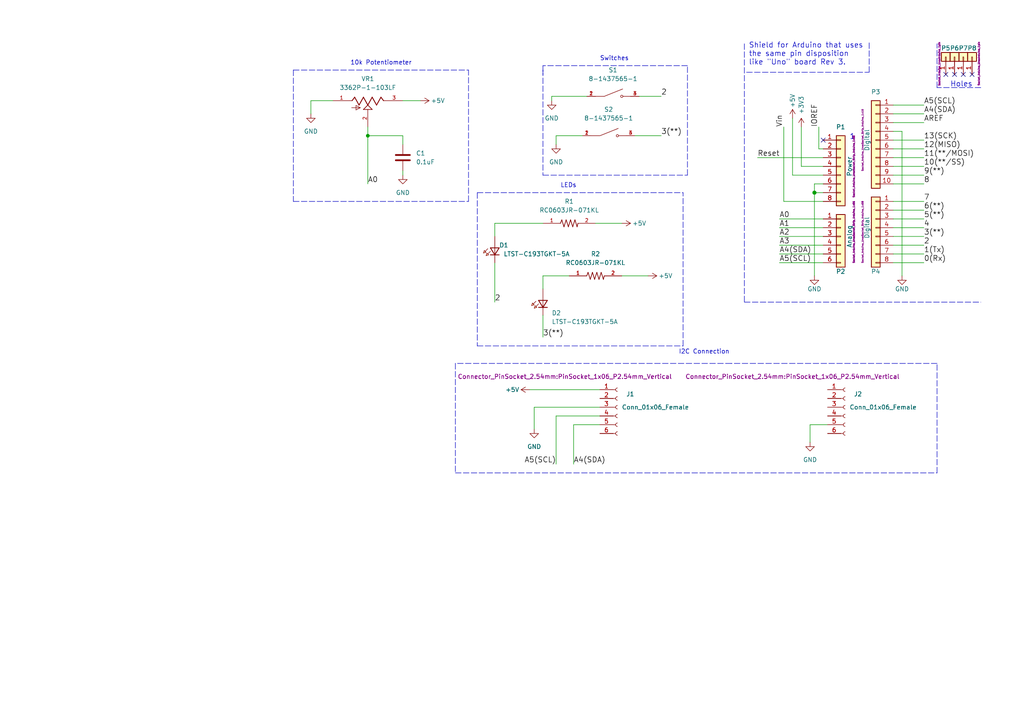
<source format=kicad_sch>
(kicad_sch (version 20211123) (generator eeschema)

  (uuid a0e4937a-d022-4774-abf8-daed82a425b0)

  (paper "A4")

  (title_block
    (date "lun. 30 mars 2015")
  )

  (lib_symbols
    (symbol "3362P-1-103LF:3362P-1-103LF" (pin_names (offset 1.016) hide) (in_bom yes) (on_board yes)
      (property "Reference" "VR" (id 0) (at -10.1854 2.54 0)
        (effects (font (size 1.27 1.27)) (justify left bottom))
      )
      (property "Value" "3362P-1-103LF" (id 1) (at -10.16 -7.6454 0)
        (effects (font (size 1.27 1.27)) (justify left bottom))
      )
      (property "Footprint" "TRIM_3362P-1-103LF" (id 2) (at 0 0 0)
        (effects (font (size 1.27 1.27)) (justify left bottom) hide)
      )
      (property "Datasheet" "" (id 3) (at 0 0 0)
        (effects (font (size 1.27 1.27)) (justify left bottom) hide)
      )
      (property "MP" "3362P-1-205LF" (id 4) (at 0 0 0)
        (effects (font (size 1.27 1.27)) (justify left bottom) hide)
      )
      (property "STANDARD" "Manufacturer Recommendation" (id 5) (at 0 0 0)
        (effects (font (size 1.27 1.27)) (justify left bottom) hide)
      )
      (property "MF" "Bourns" (id 6) (at 0 0 0)
        (effects (font (size 1.27 1.27)) (justify left bottom) hide)
      )
      (property "PARTREV" "08/26/10" (id 7) (at 0 0 0)
        (effects (font (size 1.27 1.27)) (justify left bottom) hide)
      )
      (property "ki_locked" "" (id 8) (at 0 0 0)
        (effects (font (size 1.27 1.27)))
      )
      (symbol "3362P-1-103LF_0_0"
        (polyline
          (pts
            (xy -5.08 0)
            (xy -4.572 0)
          )
          (stroke (width 0.1524) (type default) (color 0 0 0 0))
          (fill (type none))
        )
        (polyline
          (pts
            (xy -4.699 -2.032)
            (xy -2.159 -2.032)
          )
          (stroke (width 0.1524) (type default) (color 0 0 0 0))
          (fill (type none))
        )
        (polyline
          (pts
            (xy -4.572 0)
            (xy -3.81 1.016)
          )
          (stroke (width 0.254) (type default) (color 0 0 0 0))
          (fill (type none))
        )
        (polyline
          (pts
            (xy -3.81 1.016)
            (xy -2.54 -1.27)
          )
          (stroke (width 0.254) (type default) (color 0 0 0 0))
          (fill (type none))
        )
        (polyline
          (pts
            (xy -3.429 -2.667)
            (xy -3.429 -1.397)
          )
          (stroke (width 0.1524) (type default) (color 0 0 0 0))
          (fill (type none))
        )
        (polyline
          (pts
            (xy -3.429 -1.397)
            (xy -2.159 -2.032)
          )
          (stroke (width 0.1524) (type default) (color 0 0 0 0))
          (fill (type none))
        )
        (polyline
          (pts
            (xy -2.54 -1.27)
            (xy -1.27 1.016)
          )
          (stroke (width 0.254) (type default) (color 0 0 0 0))
          (fill (type none))
        )
        (polyline
          (pts
            (xy -2.159 -2.032)
            (xy -3.429 -2.667)
          )
          (stroke (width 0.1524) (type default) (color 0 0 0 0))
          (fill (type none))
        )
        (polyline
          (pts
            (xy -1.27 -2.54)
            (xy 0 -1.27)
          )
          (stroke (width 0.2032) (type default) (color 0 0 0 0))
          (fill (type none))
        )
        (polyline
          (pts
            (xy -1.27 1.016)
            (xy 0 -1.27)
          )
          (stroke (width 0.254) (type default) (color 0 0 0 0))
          (fill (type none))
        )
        (polyline
          (pts
            (xy 0 -1.27)
            (xy 1.27 -2.54)
          )
          (stroke (width 0.2032) (type default) (color 0 0 0 0))
          (fill (type none))
        )
        (polyline
          (pts
            (xy 0 -1.27)
            (xy 1.27 1.016)
          )
          (stroke (width 0.254) (type default) (color 0 0 0 0))
          (fill (type none))
        )
        (polyline
          (pts
            (xy 1.27 -2.54)
            (xy -1.27 -2.54)
          )
          (stroke (width 0.2032) (type default) (color 0 0 0 0))
          (fill (type none))
        )
        (polyline
          (pts
            (xy 1.27 1.016)
            (xy 2.54 -1.27)
          )
          (stroke (width 0.254) (type default) (color 0 0 0 0))
          (fill (type none))
        )
        (polyline
          (pts
            (xy 2.54 -1.27)
            (xy 3.81 1.016)
          )
          (stroke (width 0.254) (type default) (color 0 0 0 0))
          (fill (type none))
        )
        (polyline
          (pts
            (xy 3.81 1.016)
            (xy 4.572 0)
          )
          (stroke (width 0.254) (type default) (color 0 0 0 0))
          (fill (type none))
        )
        (polyline
          (pts
            (xy 4.572 0)
            (xy 5.08 0)
          )
          (stroke (width 0.1524) (type default) (color 0 0 0 0))
          (fill (type none))
        )
        (pin passive line (at -10.16 0 0) (length 5.08)
          (name "~" (effects (font (size 1.016 1.016))))
          (number "1" (effects (font (size 1.016 1.016))))
        )
        (pin passive line (at 0 -7.62 90) (length 5.08)
          (name "~" (effects (font (size 1.016 1.016))))
          (number "2" (effects (font (size 1.016 1.016))))
        )
        (pin passive line (at 10.16 0 180) (length 5.08)
          (name "~" (effects (font (size 1.016 1.016))))
          (number "3" (effects (font (size 1.016 1.016))))
        )
      )
    )
    (symbol "8-1437565-1:8-1437565-1" (pin_names (offset 1.016) hide) (in_bom yes) (on_board yes)
      (property "Reference" "S" (id 0) (at -2.54 2.54 0)
        (effects (font (size 1.27 1.27)) (justify left bottom))
      )
      (property "Value" "8-1437565-1" (id 1) (at -2.54 -2.54 0)
        (effects (font (size 1.27 1.27)) (justify left bottom))
      )
      (property "Footprint" "SW_8-1437565-1" (id 2) (at 0 0 0)
        (effects (font (size 1.27 1.27)) (justify left bottom) hide)
      )
      (property "Datasheet" "" (id 3) (at 0 0 0)
        (effects (font (size 1.27 1.27)) (justify left bottom) hide)
      )
      (property "EU_RoHS_Compliance" "Compliant" (id 4) (at 0 0 0)
        (effects (font (size 1.27 1.27)) (justify left bottom) hide)
      )
      (property "Comment" "8-1437565-1" (id 5) (at 0 0 0)
        (effects (font (size 1.27 1.27)) (justify left bottom) hide)
      )
      (property "ki_locked" "" (id 6) (at 0 0 0)
        (effects (font (size 1.27 1.27)))
      )
      (symbol "8-1437565-1_0_0"
        (polyline
          (pts
            (xy -2.54 0)
            (xy -5.08 0)
          )
          (stroke (width 0.1524) (type default) (color 0 0 0 0))
          (fill (type none))
        )
        (polyline
          (pts
            (xy -2.54 0)
            (xy 2.794 2.1336)
          )
          (stroke (width 0.1524) (type default) (color 0 0 0 0))
          (fill (type none))
        )
        (polyline
          (pts
            (xy 5.08 0)
            (xy 2.921 0)
          )
          (stroke (width 0.1524) (type default) (color 0 0 0 0))
          (fill (type none))
        )
        (circle (center 2.54 0) (radius 0.3302)
          (stroke (width 0.1524) (type default) (color 0 0 0 0))
          (fill (type none))
        )
        (pin passive line (at -7.62 0 0) (length 2.54)
          (name "~" (effects (font (size 1.016 1.016))))
          (number "1" (effects (font (size 1.016 1.016))))
        )
        (pin passive line (at -7.62 0 0) (length 2.54)
          (name "~" (effects (font (size 1.016 1.016))))
          (number "2" (effects (font (size 1.016 1.016))))
        )
        (pin passive line (at 7.62 0 180) (length 2.54)
          (name "~" (effects (font (size 1.016 1.016))))
          (number "3" (effects (font (size 1.016 1.016))))
        )
        (pin passive line (at 7.62 0 180) (length 2.54)
          (name "~" (effects (font (size 1.016 1.016))))
          (number "4" (effects (font (size 1.016 1.016))))
        )
      )
    )
    (symbol "Connector:Conn_01x06_Female" (pin_names (offset 1.016) hide) (in_bom yes) (on_board yes)
      (property "Reference" "J" (id 0) (at 0 7.62 0)
        (effects (font (size 1.27 1.27)))
      )
      (property "Value" "Conn_01x06_Female" (id 1) (at 0 -10.16 0)
        (effects (font (size 1.27 1.27)))
      )
      (property "Footprint" "" (id 2) (at 0 0 0)
        (effects (font (size 1.27 1.27)) hide)
      )
      (property "Datasheet" "~" (id 3) (at 0 0 0)
        (effects (font (size 1.27 1.27)) hide)
      )
      (property "ki_keywords" "connector" (id 4) (at 0 0 0)
        (effects (font (size 1.27 1.27)) hide)
      )
      (property "ki_description" "Generic connector, single row, 01x06, script generated (kicad-library-utils/schlib/autogen/connector/)" (id 5) (at 0 0 0)
        (effects (font (size 1.27 1.27)) hide)
      )
      (property "ki_fp_filters" "Connector*:*_1x??_*" (id 6) (at 0 0 0)
        (effects (font (size 1.27 1.27)) hide)
      )
      (symbol "Conn_01x06_Female_1_1"
        (arc (start 0 -7.112) (mid -0.508 -7.62) (end 0 -8.128)
          (stroke (width 0.1524) (type default) (color 0 0 0 0))
          (fill (type none))
        )
        (arc (start 0 -4.572) (mid -0.508 -5.08) (end 0 -5.588)
          (stroke (width 0.1524) (type default) (color 0 0 0 0))
          (fill (type none))
        )
        (arc (start 0 -2.032) (mid -0.508 -2.54) (end 0 -3.048)
          (stroke (width 0.1524) (type default) (color 0 0 0 0))
          (fill (type none))
        )
        (polyline
          (pts
            (xy -1.27 -7.62)
            (xy -0.508 -7.62)
          )
          (stroke (width 0.1524) (type default) (color 0 0 0 0))
          (fill (type none))
        )
        (polyline
          (pts
            (xy -1.27 -5.08)
            (xy -0.508 -5.08)
          )
          (stroke (width 0.1524) (type default) (color 0 0 0 0))
          (fill (type none))
        )
        (polyline
          (pts
            (xy -1.27 -2.54)
            (xy -0.508 -2.54)
          )
          (stroke (width 0.1524) (type default) (color 0 0 0 0))
          (fill (type none))
        )
        (polyline
          (pts
            (xy -1.27 0)
            (xy -0.508 0)
          )
          (stroke (width 0.1524) (type default) (color 0 0 0 0))
          (fill (type none))
        )
        (polyline
          (pts
            (xy -1.27 2.54)
            (xy -0.508 2.54)
          )
          (stroke (width 0.1524) (type default) (color 0 0 0 0))
          (fill (type none))
        )
        (polyline
          (pts
            (xy -1.27 5.08)
            (xy -0.508 5.08)
          )
          (stroke (width 0.1524) (type default) (color 0 0 0 0))
          (fill (type none))
        )
        (arc (start 0 0.508) (mid -0.508 0) (end 0 -0.508)
          (stroke (width 0.1524) (type default) (color 0 0 0 0))
          (fill (type none))
        )
        (arc (start 0 3.048) (mid -0.508 2.54) (end 0 2.032)
          (stroke (width 0.1524) (type default) (color 0 0 0 0))
          (fill (type none))
        )
        (arc (start 0 5.588) (mid -0.508 5.08) (end 0 4.572)
          (stroke (width 0.1524) (type default) (color 0 0 0 0))
          (fill (type none))
        )
        (pin passive line (at -5.08 5.08 0) (length 3.81)
          (name "Pin_1" (effects (font (size 1.27 1.27))))
          (number "1" (effects (font (size 1.27 1.27))))
        )
        (pin passive line (at -5.08 2.54 0) (length 3.81)
          (name "Pin_2" (effects (font (size 1.27 1.27))))
          (number "2" (effects (font (size 1.27 1.27))))
        )
        (pin passive line (at -5.08 0 0) (length 3.81)
          (name "Pin_3" (effects (font (size 1.27 1.27))))
          (number "3" (effects (font (size 1.27 1.27))))
        )
        (pin passive line (at -5.08 -2.54 0) (length 3.81)
          (name "Pin_4" (effects (font (size 1.27 1.27))))
          (number "4" (effects (font (size 1.27 1.27))))
        )
        (pin passive line (at -5.08 -5.08 0) (length 3.81)
          (name "Pin_5" (effects (font (size 1.27 1.27))))
          (number "5" (effects (font (size 1.27 1.27))))
        )
        (pin passive line (at -5.08 -7.62 0) (length 3.81)
          (name "Pin_6" (effects (font (size 1.27 1.27))))
          (number "6" (effects (font (size 1.27 1.27))))
        )
      )
    )
    (symbol "Connector_Generic:Conn_01x01" (pin_names (offset 1.016) hide) (in_bom yes) (on_board yes)
      (property "Reference" "J" (id 0) (at 0 2.54 0)
        (effects (font (size 1.27 1.27)))
      )
      (property "Value" "Conn_01x01" (id 1) (at 0 -2.54 0)
        (effects (font (size 1.27 1.27)))
      )
      (property "Footprint" "" (id 2) (at 0 0 0)
        (effects (font (size 1.27 1.27)) hide)
      )
      (property "Datasheet" "~" (id 3) (at 0 0 0)
        (effects (font (size 1.27 1.27)) hide)
      )
      (property "ki_keywords" "connector" (id 4) (at 0 0 0)
        (effects (font (size 1.27 1.27)) hide)
      )
      (property "ki_description" "Generic connector, single row, 01x01, script generated (kicad-library-utils/schlib/autogen/connector/)" (id 5) (at 0 0 0)
        (effects (font (size 1.27 1.27)) hide)
      )
      (property "ki_fp_filters" "Connector*:*_1x??_*" (id 6) (at 0 0 0)
        (effects (font (size 1.27 1.27)) hide)
      )
      (symbol "Conn_01x01_1_1"
        (rectangle (start -1.27 0.127) (end 0 -0.127)
          (stroke (width 0.1524) (type default) (color 0 0 0 0))
          (fill (type none))
        )
        (rectangle (start -1.27 1.27) (end 1.27 -1.27)
          (stroke (width 0.254) (type default) (color 0 0 0 0))
          (fill (type background))
        )
        (pin passive line (at -5.08 0 0) (length 3.81)
          (name "Pin_1" (effects (font (size 1.27 1.27))))
          (number "1" (effects (font (size 1.27 1.27))))
        )
      )
    )
    (symbol "Connector_Generic:Conn_01x06" (pin_names (offset 1.016) hide) (in_bom yes) (on_board yes)
      (property "Reference" "J" (id 0) (at 0 7.62 0)
        (effects (font (size 1.27 1.27)))
      )
      (property "Value" "Conn_01x06" (id 1) (at 0 -10.16 0)
        (effects (font (size 1.27 1.27)))
      )
      (property "Footprint" "" (id 2) (at 0 0 0)
        (effects (font (size 1.27 1.27)) hide)
      )
      (property "Datasheet" "~" (id 3) (at 0 0 0)
        (effects (font (size 1.27 1.27)) hide)
      )
      (property "ki_keywords" "connector" (id 4) (at 0 0 0)
        (effects (font (size 1.27 1.27)) hide)
      )
      (property "ki_description" "Generic connector, single row, 01x06, script generated (kicad-library-utils/schlib/autogen/connector/)" (id 5) (at 0 0 0)
        (effects (font (size 1.27 1.27)) hide)
      )
      (property "ki_fp_filters" "Connector*:*_1x??_*" (id 6) (at 0 0 0)
        (effects (font (size 1.27 1.27)) hide)
      )
      (symbol "Conn_01x06_1_1"
        (rectangle (start -1.27 -7.493) (end 0 -7.747)
          (stroke (width 0.1524) (type default) (color 0 0 0 0))
          (fill (type none))
        )
        (rectangle (start -1.27 -4.953) (end 0 -5.207)
          (stroke (width 0.1524) (type default) (color 0 0 0 0))
          (fill (type none))
        )
        (rectangle (start -1.27 -2.413) (end 0 -2.667)
          (stroke (width 0.1524) (type default) (color 0 0 0 0))
          (fill (type none))
        )
        (rectangle (start -1.27 0.127) (end 0 -0.127)
          (stroke (width 0.1524) (type default) (color 0 0 0 0))
          (fill (type none))
        )
        (rectangle (start -1.27 2.667) (end 0 2.413)
          (stroke (width 0.1524) (type default) (color 0 0 0 0))
          (fill (type none))
        )
        (rectangle (start -1.27 5.207) (end 0 4.953)
          (stroke (width 0.1524) (type default) (color 0 0 0 0))
          (fill (type none))
        )
        (rectangle (start -1.27 6.35) (end 1.27 -8.89)
          (stroke (width 0.254) (type default) (color 0 0 0 0))
          (fill (type background))
        )
        (pin passive line (at -5.08 5.08 0) (length 3.81)
          (name "Pin_1" (effects (font (size 1.27 1.27))))
          (number "1" (effects (font (size 1.27 1.27))))
        )
        (pin passive line (at -5.08 2.54 0) (length 3.81)
          (name "Pin_2" (effects (font (size 1.27 1.27))))
          (number "2" (effects (font (size 1.27 1.27))))
        )
        (pin passive line (at -5.08 0 0) (length 3.81)
          (name "Pin_3" (effects (font (size 1.27 1.27))))
          (number "3" (effects (font (size 1.27 1.27))))
        )
        (pin passive line (at -5.08 -2.54 0) (length 3.81)
          (name "Pin_4" (effects (font (size 1.27 1.27))))
          (number "4" (effects (font (size 1.27 1.27))))
        )
        (pin passive line (at -5.08 -5.08 0) (length 3.81)
          (name "Pin_5" (effects (font (size 1.27 1.27))))
          (number "5" (effects (font (size 1.27 1.27))))
        )
        (pin passive line (at -5.08 -7.62 0) (length 3.81)
          (name "Pin_6" (effects (font (size 1.27 1.27))))
          (number "6" (effects (font (size 1.27 1.27))))
        )
      )
    )
    (symbol "Connector_Generic:Conn_01x08" (pin_names (offset 1.016) hide) (in_bom yes) (on_board yes)
      (property "Reference" "J" (id 0) (at 0 10.16 0)
        (effects (font (size 1.27 1.27)))
      )
      (property "Value" "Conn_01x08" (id 1) (at 0 -12.7 0)
        (effects (font (size 1.27 1.27)))
      )
      (property "Footprint" "" (id 2) (at 0 0 0)
        (effects (font (size 1.27 1.27)) hide)
      )
      (property "Datasheet" "~" (id 3) (at 0 0 0)
        (effects (font (size 1.27 1.27)) hide)
      )
      (property "ki_keywords" "connector" (id 4) (at 0 0 0)
        (effects (font (size 1.27 1.27)) hide)
      )
      (property "ki_description" "Generic connector, single row, 01x08, script generated (kicad-library-utils/schlib/autogen/connector/)" (id 5) (at 0 0 0)
        (effects (font (size 1.27 1.27)) hide)
      )
      (property "ki_fp_filters" "Connector*:*_1x??_*" (id 6) (at 0 0 0)
        (effects (font (size 1.27 1.27)) hide)
      )
      (symbol "Conn_01x08_1_1"
        (rectangle (start -1.27 -10.033) (end 0 -10.287)
          (stroke (width 0.1524) (type default) (color 0 0 0 0))
          (fill (type none))
        )
        (rectangle (start -1.27 -7.493) (end 0 -7.747)
          (stroke (width 0.1524) (type default) (color 0 0 0 0))
          (fill (type none))
        )
        (rectangle (start -1.27 -4.953) (end 0 -5.207)
          (stroke (width 0.1524) (type default) (color 0 0 0 0))
          (fill (type none))
        )
        (rectangle (start -1.27 -2.413) (end 0 -2.667)
          (stroke (width 0.1524) (type default) (color 0 0 0 0))
          (fill (type none))
        )
        (rectangle (start -1.27 0.127) (end 0 -0.127)
          (stroke (width 0.1524) (type default) (color 0 0 0 0))
          (fill (type none))
        )
        (rectangle (start -1.27 2.667) (end 0 2.413)
          (stroke (width 0.1524) (type default) (color 0 0 0 0))
          (fill (type none))
        )
        (rectangle (start -1.27 5.207) (end 0 4.953)
          (stroke (width 0.1524) (type default) (color 0 0 0 0))
          (fill (type none))
        )
        (rectangle (start -1.27 7.747) (end 0 7.493)
          (stroke (width 0.1524) (type default) (color 0 0 0 0))
          (fill (type none))
        )
        (rectangle (start -1.27 8.89) (end 1.27 -11.43)
          (stroke (width 0.254) (type default) (color 0 0 0 0))
          (fill (type background))
        )
        (pin passive line (at -5.08 7.62 0) (length 3.81)
          (name "Pin_1" (effects (font (size 1.27 1.27))))
          (number "1" (effects (font (size 1.27 1.27))))
        )
        (pin passive line (at -5.08 5.08 0) (length 3.81)
          (name "Pin_2" (effects (font (size 1.27 1.27))))
          (number "2" (effects (font (size 1.27 1.27))))
        )
        (pin passive line (at -5.08 2.54 0) (length 3.81)
          (name "Pin_3" (effects (font (size 1.27 1.27))))
          (number "3" (effects (font (size 1.27 1.27))))
        )
        (pin passive line (at -5.08 0 0) (length 3.81)
          (name "Pin_4" (effects (font (size 1.27 1.27))))
          (number "4" (effects (font (size 1.27 1.27))))
        )
        (pin passive line (at -5.08 -2.54 0) (length 3.81)
          (name "Pin_5" (effects (font (size 1.27 1.27))))
          (number "5" (effects (font (size 1.27 1.27))))
        )
        (pin passive line (at -5.08 -5.08 0) (length 3.81)
          (name "Pin_6" (effects (font (size 1.27 1.27))))
          (number "6" (effects (font (size 1.27 1.27))))
        )
        (pin passive line (at -5.08 -7.62 0) (length 3.81)
          (name "Pin_7" (effects (font (size 1.27 1.27))))
          (number "7" (effects (font (size 1.27 1.27))))
        )
        (pin passive line (at -5.08 -10.16 0) (length 3.81)
          (name "Pin_8" (effects (font (size 1.27 1.27))))
          (number "8" (effects (font (size 1.27 1.27))))
        )
      )
    )
    (symbol "Connector_Generic:Conn_01x10" (pin_names (offset 1.016) hide) (in_bom yes) (on_board yes)
      (property "Reference" "J" (id 0) (at 0 12.7 0)
        (effects (font (size 1.27 1.27)))
      )
      (property "Value" "Conn_01x10" (id 1) (at 0 -15.24 0)
        (effects (font (size 1.27 1.27)))
      )
      (property "Footprint" "" (id 2) (at 0 0 0)
        (effects (font (size 1.27 1.27)) hide)
      )
      (property "Datasheet" "~" (id 3) (at 0 0 0)
        (effects (font (size 1.27 1.27)) hide)
      )
      (property "ki_keywords" "connector" (id 4) (at 0 0 0)
        (effects (font (size 1.27 1.27)) hide)
      )
      (property "ki_description" "Generic connector, single row, 01x10, script generated (kicad-library-utils/schlib/autogen/connector/)" (id 5) (at 0 0 0)
        (effects (font (size 1.27 1.27)) hide)
      )
      (property "ki_fp_filters" "Connector*:*_1x??_*" (id 6) (at 0 0 0)
        (effects (font (size 1.27 1.27)) hide)
      )
      (symbol "Conn_01x10_1_1"
        (rectangle (start -1.27 -12.573) (end 0 -12.827)
          (stroke (width 0.1524) (type default) (color 0 0 0 0))
          (fill (type none))
        )
        (rectangle (start -1.27 -10.033) (end 0 -10.287)
          (stroke (width 0.1524) (type default) (color 0 0 0 0))
          (fill (type none))
        )
        (rectangle (start -1.27 -7.493) (end 0 -7.747)
          (stroke (width 0.1524) (type default) (color 0 0 0 0))
          (fill (type none))
        )
        (rectangle (start -1.27 -4.953) (end 0 -5.207)
          (stroke (width 0.1524) (type default) (color 0 0 0 0))
          (fill (type none))
        )
        (rectangle (start -1.27 -2.413) (end 0 -2.667)
          (stroke (width 0.1524) (type default) (color 0 0 0 0))
          (fill (type none))
        )
        (rectangle (start -1.27 0.127) (end 0 -0.127)
          (stroke (width 0.1524) (type default) (color 0 0 0 0))
          (fill (type none))
        )
        (rectangle (start -1.27 2.667) (end 0 2.413)
          (stroke (width 0.1524) (type default) (color 0 0 0 0))
          (fill (type none))
        )
        (rectangle (start -1.27 5.207) (end 0 4.953)
          (stroke (width 0.1524) (type default) (color 0 0 0 0))
          (fill (type none))
        )
        (rectangle (start -1.27 7.747) (end 0 7.493)
          (stroke (width 0.1524) (type default) (color 0 0 0 0))
          (fill (type none))
        )
        (rectangle (start -1.27 10.287) (end 0 10.033)
          (stroke (width 0.1524) (type default) (color 0 0 0 0))
          (fill (type none))
        )
        (rectangle (start -1.27 11.43) (end 1.27 -13.97)
          (stroke (width 0.254) (type default) (color 0 0 0 0))
          (fill (type background))
        )
        (pin passive line (at -5.08 10.16 0) (length 3.81)
          (name "Pin_1" (effects (font (size 1.27 1.27))))
          (number "1" (effects (font (size 1.27 1.27))))
        )
        (pin passive line (at -5.08 -12.7 0) (length 3.81)
          (name "Pin_10" (effects (font (size 1.27 1.27))))
          (number "10" (effects (font (size 1.27 1.27))))
        )
        (pin passive line (at -5.08 7.62 0) (length 3.81)
          (name "Pin_2" (effects (font (size 1.27 1.27))))
          (number "2" (effects (font (size 1.27 1.27))))
        )
        (pin passive line (at -5.08 5.08 0) (length 3.81)
          (name "Pin_3" (effects (font (size 1.27 1.27))))
          (number "3" (effects (font (size 1.27 1.27))))
        )
        (pin passive line (at -5.08 2.54 0) (length 3.81)
          (name "Pin_4" (effects (font (size 1.27 1.27))))
          (number "4" (effects (font (size 1.27 1.27))))
        )
        (pin passive line (at -5.08 0 0) (length 3.81)
          (name "Pin_5" (effects (font (size 1.27 1.27))))
          (number "5" (effects (font (size 1.27 1.27))))
        )
        (pin passive line (at -5.08 -2.54 0) (length 3.81)
          (name "Pin_6" (effects (font (size 1.27 1.27))))
          (number "6" (effects (font (size 1.27 1.27))))
        )
        (pin passive line (at -5.08 -5.08 0) (length 3.81)
          (name "Pin_7" (effects (font (size 1.27 1.27))))
          (number "7" (effects (font (size 1.27 1.27))))
        )
        (pin passive line (at -5.08 -7.62 0) (length 3.81)
          (name "Pin_8" (effects (font (size 1.27 1.27))))
          (number "8" (effects (font (size 1.27 1.27))))
        )
        (pin passive line (at -5.08 -10.16 0) (length 3.81)
          (name "Pin_9" (effects (font (size 1.27 1.27))))
          (number "9" (effects (font (size 1.27 1.27))))
        )
      )
    )
    (symbol "Device:C" (pin_numbers hide) (pin_names (offset 0.254)) (in_bom yes) (on_board yes)
      (property "Reference" "C" (id 0) (at 0.635 2.54 0)
        (effects (font (size 1.27 1.27)) (justify left))
      )
      (property "Value" "C" (id 1) (at 0.635 -2.54 0)
        (effects (font (size 1.27 1.27)) (justify left))
      )
      (property "Footprint" "" (id 2) (at 0.9652 -3.81 0)
        (effects (font (size 1.27 1.27)) hide)
      )
      (property "Datasheet" "~" (id 3) (at 0 0 0)
        (effects (font (size 1.27 1.27)) hide)
      )
      (property "ki_keywords" "cap capacitor" (id 4) (at 0 0 0)
        (effects (font (size 1.27 1.27)) hide)
      )
      (property "ki_description" "Unpolarized capacitor" (id 5) (at 0 0 0)
        (effects (font (size 1.27 1.27)) hide)
      )
      (property "ki_fp_filters" "C_*" (id 6) (at 0 0 0)
        (effects (font (size 1.27 1.27)) hide)
      )
      (symbol "C_0_1"
        (polyline
          (pts
            (xy -2.032 -0.762)
            (xy 2.032 -0.762)
          )
          (stroke (width 0.508) (type default) (color 0 0 0 0))
          (fill (type none))
        )
        (polyline
          (pts
            (xy -2.032 0.762)
            (xy 2.032 0.762)
          )
          (stroke (width 0.508) (type default) (color 0 0 0 0))
          (fill (type none))
        )
      )
      (symbol "C_1_1"
        (pin passive line (at 0 3.81 270) (length 2.794)
          (name "~" (effects (font (size 1.27 1.27))))
          (number "1" (effects (font (size 1.27 1.27))))
        )
        (pin passive line (at 0 -3.81 90) (length 2.794)
          (name "~" (effects (font (size 1.27 1.27))))
          (number "2" (effects (font (size 1.27 1.27))))
        )
      )
    )
    (symbol "LTST-C193TGKT-5A:LTST-C193TGKT-5A" (pin_numbers hide) (pin_names (offset 1.016) hide) (in_bom yes) (on_board yes)
      (property "Reference" "D" (id 0) (at 2.54 2.54 0)
        (effects (font (size 1.27 1.27)) (justify left bottom))
      )
      (property "Value" "LTST-C193TGKT-5A" (id 1) (at 2.54 0 0)
        (effects (font (size 1.27 1.27)) (justify left bottom))
      )
      (property "Footprint" "0603" (id 2) (at 0 0 0)
        (effects (font (size 1.27 1.27)) (justify left bottom) hide)
      )
      (property "Datasheet" "" (id 3) (at 0 0 0)
        (effects (font (size 1.27 1.27)) (justify left bottom) hide)
      )
      (property "ki_locked" "" (id 4) (at 0 0 0)
        (effects (font (size 1.27 1.27)))
      )
      (symbol "LTST-C193TGKT-5A_0_0"
        (polyline
          (pts
            (xy -2.032 1.524)
            (xy -2.921 0.635)
          )
          (stroke (width 0.1524) (type default) (color 0 0 0 0))
          (fill (type none))
        )
        (polyline
          (pts
            (xy -1.27 0.762)
            (xy -2.159 -0.127)
          )
          (stroke (width 0.1524) (type default) (color 0 0 0 0))
          (fill (type none))
        )
        (polyline
          (pts
            (xy 0 -0.254)
            (xy -1.27 -0.254)
          )
          (stroke (width 0.254) (type default) (color 0 0 0 0))
          (fill (type none))
        )
        (polyline
          (pts
            (xy 0 -0.254)
            (xy -1.27 1.778)
          )
          (stroke (width 0.254) (type default) (color 0 0 0 0))
          (fill (type none))
        )
        (polyline
          (pts
            (xy 1.27 -0.254)
            (xy 0 -0.254)
          )
          (stroke (width 0.254) (type default) (color 0 0 0 0))
          (fill (type none))
        )
        (polyline
          (pts
            (xy 1.27 1.778)
            (xy -1.27 1.778)
          )
          (stroke (width 0.254) (type default) (color 0 0 0 0))
          (fill (type none))
        )
        (polyline
          (pts
            (xy 1.27 1.778)
            (xy 0 -0.254)
          )
          (stroke (width 0.254) (type default) (color 0 0 0 0))
          (fill (type none))
        )
        (polyline
          (pts
            (xy -3.048 1.016)
            (xy -3.302 0.254)
            (xy -2.54 0.508)
            (xy -3.048 1.016)
          )
          (stroke (width 0.1524) (type default) (color 0 0 0 0))
          (fill (type background))
        )
        (polyline
          (pts
            (xy -2.286 0.254)
            (xy -2.54 -0.508)
            (xy -1.778 -0.254)
            (xy -2.286 0.254)
          )
          (stroke (width 0.1524) (type default) (color 0 0 0 0))
          (fill (type background))
        )
        (pin passive line (at 0 -2.54 90) (length 2.54)
          (name "~" (effects (font (size 1.016 1.016))))
          (number "1" (effects (font (size 1.016 1.016))))
        )
        (pin passive line (at 0 5.08 270) (length 5.08)
          (name "~" (effects (font (size 1.016 1.016))))
          (number "2" (effects (font (size 1.016 1.016))))
        )
      )
    )
    (symbol "RC0603JR-071KL:RC0603JR-071KL" (pin_names (offset 1.016) hide) (in_bom yes) (on_board yes)
      (property "Reference" "R" (id 0) (at -3.81 1.4986 0)
        (effects (font (size 1.27 1.27)) (justify left bottom))
      )
      (property "Value" "RC0603JR-071KL" (id 1) (at -3.81 -3.302 0)
        (effects (font (size 1.27 1.27)) (justify left bottom))
      )
      (property "Footprint" "RESC1607X60N" (id 2) (at 0 0 0)
        (effects (font (size 1.27 1.27)) (justify left bottom) hide)
      )
      (property "Datasheet" "" (id 3) (at 0 0 0)
        (effects (font (size 1.27 1.27)) (justify left bottom) hide)
      )
      (property "ki_locked" "" (id 4) (at 0 0 0)
        (effects (font (size 1.27 1.27)))
      )
      (symbol "RC0603JR-071KL_0_0"
        (polyline
          (pts
            (xy -2.54 0)
            (xy -2.159 1.016)
          )
          (stroke (width 0.2032) (type default) (color 0 0 0 0))
          (fill (type none))
        )
        (polyline
          (pts
            (xy -2.159 1.016)
            (xy -1.524 -1.016)
          )
          (stroke (width 0.2032) (type default) (color 0 0 0 0))
          (fill (type none))
        )
        (polyline
          (pts
            (xy -1.524 -1.016)
            (xy -0.889 1.016)
          )
          (stroke (width 0.2032) (type default) (color 0 0 0 0))
          (fill (type none))
        )
        (polyline
          (pts
            (xy -0.889 1.016)
            (xy -0.254 -1.016)
          )
          (stroke (width 0.2032) (type default) (color 0 0 0 0))
          (fill (type none))
        )
        (polyline
          (pts
            (xy -0.254 -1.016)
            (xy 0.381 1.016)
          )
          (stroke (width 0.2032) (type default) (color 0 0 0 0))
          (fill (type none))
        )
        (polyline
          (pts
            (xy 0.381 1.016)
            (xy 1.016 -1.016)
          )
          (stroke (width 0.2032) (type default) (color 0 0 0 0))
          (fill (type none))
        )
        (polyline
          (pts
            (xy 1.016 -1.016)
            (xy 1.651 1.016)
          )
          (stroke (width 0.2032) (type default) (color 0 0 0 0))
          (fill (type none))
        )
        (polyline
          (pts
            (xy 1.651 1.016)
            (xy 2.286 -1.016)
          )
          (stroke (width 0.2032) (type default) (color 0 0 0 0))
          (fill (type none))
        )
        (polyline
          (pts
            (xy 2.286 -1.016)
            (xy 2.54 0)
          )
          (stroke (width 0.2032) (type default) (color 0 0 0 0))
          (fill (type none))
        )
        (pin passive line (at -7.62 0 0) (length 5.08)
          (name "~" (effects (font (size 1.016 1.016))))
          (number "1" (effects (font (size 1.016 1.016))))
        )
        (pin passive line (at 7.62 0 180) (length 5.08)
          (name "~" (effects (font (size 1.016 1.016))))
          (number "2" (effects (font (size 1.016 1.016))))
        )
      )
    )
    (symbol "power:+3.3V" (power) (pin_names (offset 0)) (in_bom yes) (on_board yes)
      (property "Reference" "#PWR" (id 0) (at 0 -3.81 0)
        (effects (font (size 1.27 1.27)) hide)
      )
      (property "Value" "+3.3V" (id 1) (at 0 3.556 0)
        (effects (font (size 1.27 1.27)))
      )
      (property "Footprint" "" (id 2) (at 0 0 0)
        (effects (font (size 1.27 1.27)) hide)
      )
      (property "Datasheet" "" (id 3) (at 0 0 0)
        (effects (font (size 1.27 1.27)) hide)
      )
      (property "ki_keywords" "power-flag" (id 4) (at 0 0 0)
        (effects (font (size 1.27 1.27)) hide)
      )
      (property "ki_description" "Power symbol creates a global label with name \"+3.3V\"" (id 5) (at 0 0 0)
        (effects (font (size 1.27 1.27)) hide)
      )
      (symbol "+3.3V_0_1"
        (polyline
          (pts
            (xy -0.762 1.27)
            (xy 0 2.54)
          )
          (stroke (width 0) (type default) (color 0 0 0 0))
          (fill (type none))
        )
        (polyline
          (pts
            (xy 0 0)
            (xy 0 2.54)
          )
          (stroke (width 0) (type default) (color 0 0 0 0))
          (fill (type none))
        )
        (polyline
          (pts
            (xy 0 2.54)
            (xy 0.762 1.27)
          )
          (stroke (width 0) (type default) (color 0 0 0 0))
          (fill (type none))
        )
      )
      (symbol "+3.3V_1_1"
        (pin power_in line (at 0 0 90) (length 0) hide
          (name "+3V3" (effects (font (size 1.27 1.27))))
          (number "1" (effects (font (size 1.27 1.27))))
        )
      )
    )
    (symbol "power:+5V" (power) (pin_names (offset 0)) (in_bom yes) (on_board yes)
      (property "Reference" "#PWR" (id 0) (at 0 -3.81 0)
        (effects (font (size 1.27 1.27)) hide)
      )
      (property "Value" "+5V" (id 1) (at 0 3.556 0)
        (effects (font (size 1.27 1.27)))
      )
      (property "Footprint" "" (id 2) (at 0 0 0)
        (effects (font (size 1.27 1.27)) hide)
      )
      (property "Datasheet" "" (id 3) (at 0 0 0)
        (effects (font (size 1.27 1.27)) hide)
      )
      (property "ki_keywords" "power-flag" (id 4) (at 0 0 0)
        (effects (font (size 1.27 1.27)) hide)
      )
      (property "ki_description" "Power symbol creates a global label with name \"+5V\"" (id 5) (at 0 0 0)
        (effects (font (size 1.27 1.27)) hide)
      )
      (symbol "+5V_0_1"
        (polyline
          (pts
            (xy -0.762 1.27)
            (xy 0 2.54)
          )
          (stroke (width 0) (type default) (color 0 0 0 0))
          (fill (type none))
        )
        (polyline
          (pts
            (xy 0 0)
            (xy 0 2.54)
          )
          (stroke (width 0) (type default) (color 0 0 0 0))
          (fill (type none))
        )
        (polyline
          (pts
            (xy 0 2.54)
            (xy 0.762 1.27)
          )
          (stroke (width 0) (type default) (color 0 0 0 0))
          (fill (type none))
        )
      )
      (symbol "+5V_1_1"
        (pin power_in line (at 0 0 90) (length 0) hide
          (name "+5V" (effects (font (size 1.27 1.27))))
          (number "1" (effects (font (size 1.27 1.27))))
        )
      )
    )
    (symbol "power:GND" (power) (pin_names (offset 0)) (in_bom yes) (on_board yes)
      (property "Reference" "#PWR" (id 0) (at 0 -6.35 0)
        (effects (font (size 1.27 1.27)) hide)
      )
      (property "Value" "GND" (id 1) (at 0 -3.81 0)
        (effects (font (size 1.27 1.27)))
      )
      (property "Footprint" "" (id 2) (at 0 0 0)
        (effects (font (size 1.27 1.27)) hide)
      )
      (property "Datasheet" "" (id 3) (at 0 0 0)
        (effects (font (size 1.27 1.27)) hide)
      )
      (property "ki_keywords" "power-flag" (id 4) (at 0 0 0)
        (effects (font (size 1.27 1.27)) hide)
      )
      (property "ki_description" "Power symbol creates a global label with name \"GND\" , ground" (id 5) (at 0 0 0)
        (effects (font (size 1.27 1.27)) hide)
      )
      (symbol "GND_0_1"
        (polyline
          (pts
            (xy 0 0)
            (xy 0 -1.27)
            (xy 1.27 -1.27)
            (xy 0 -2.54)
            (xy -1.27 -1.27)
            (xy 0 -1.27)
          )
          (stroke (width 0) (type default) (color 0 0 0 0))
          (fill (type none))
        )
      )
      (symbol "GND_1_1"
        (pin power_in line (at 0 0 270) (length 0) hide
          (name "GND" (effects (font (size 1.27 1.27))))
          (number "1" (effects (font (size 1.27 1.27))))
        )
      )
    )
  )

  (junction (at 236.22 55.88) (diameter 1.016) (color 0 0 0 0)
    (uuid 8efd4a92-f97d-48e0-8f71-f828dce8f429)
  )
  (junction (at 106.68 39.37) (diameter 0) (color 0 0 0 0)
    (uuid bd49ffd5-0a45-4127-ac12-460d34503c03)
  )

  (no_connect (at 279.4 21.59) (uuid 1e6b0158-998f-479f-b5f3-a9a5c4344aa5))
  (no_connect (at 274.32 21.59) (uuid 21366241-88bb-42b5-950a-a4754adb3a1f))
  (no_connect (at 276.86 21.59) (uuid 758fd30e-3356-4227-a550-77c711885a43))
  (no_connect (at 281.94 21.59) (uuid 8f403774-7818-41c9-9d2d-6d850f8c47f7))
  (no_connect (at 238.76 40.64) (uuid 9f0cde0b-9c6a-4eb9-a729-bc8288f3f315))

  (wire (pts (xy 238.76 48.26) (xy 232.41 48.26))
    (stroke (width 0) (type solid) (color 0 0 0 0))
    (uuid 0757f431-c497-40d7-959f-e2313f119673)
  )
  (polyline (pts (xy 199.39 19.05) (xy 157.48 19.05))
    (stroke (width 0) (type default) (color 0 0 0 0))
    (uuid 0aae34ea-b488-4011-a174-7372d00e7b0b)
  )

  (wire (pts (xy 238.76 71.12) (xy 226.06 71.12))
    (stroke (width 0) (type solid) (color 0 0 0 0))
    (uuid 0aedcc2d-5c81-44ad-9067-9f2bc34b25ff)
  )
  (polyline (pts (xy 85.09 20.32) (xy 135.89 20.32))
    (stroke (width 0) (type default) (color 0 0 0 0))
    (uuid 0fc443f9-be30-4de7-a7c0-894390170a69)
  )
  (polyline (pts (xy 252.095 20.955) (xy 252.095 12.065))
    (stroke (width 0) (type dash) (color 0 0 0 0))
    (uuid 11c8e397-534c-4ca9-a2ff-2df4cd3a92c0)
  )
  (polyline (pts (xy 135.89 58.42) (xy 135.89 20.32))
    (stroke (width 0) (type default) (color 0 0 0 0))
    (uuid 1351fd5e-6c36-41a4-991b-ef6154e82211)
  )

  (wire (pts (xy 259.08 63.5) (xy 267.97 63.5))
    (stroke (width 0) (type solid) (color 0 0 0 0))
    (uuid 18ca34c7-1950-4d5c-9bbf-8aa0a2b56d25)
  )
  (wire (pts (xy 161.29 39.37) (xy 168.91 39.37))
    (stroke (width 0) (type default) (color 0 0 0 0))
    (uuid 212422e4-593c-4462-be14-9bec939410c9)
  )
  (wire (pts (xy 161.29 120.65) (xy 161.29 134.62))
    (stroke (width 0) (type default) (color 0 0 0 0))
    (uuid 21512ed4-5dd1-4a8f-8da7-97fc0954b55f)
  )
  (wire (pts (xy 236.22 53.34) (xy 236.22 55.88))
    (stroke (width 0) (type solid) (color 0 0 0 0))
    (uuid 336c97b9-538f-4574-a297-e9441308128a)
  )
  (polyline (pts (xy 157.48 20.32) (xy 157.48 50.8))
    (stroke (width 0) (type default) (color 0 0 0 0))
    (uuid 3cd7bdad-fef5-4b95-b487-f9d614463c4b)
  )

  (wire (pts (xy 259.08 43.18) (xy 267.97 43.18))
    (stroke (width 0) (type solid) (color 0 0 0 0))
    (uuid 3d0bcd1c-31fa-4001-872f-3afc2035ff3c)
  )
  (wire (pts (xy 261.62 38.1) (xy 261.62 80.01))
    (stroke (width 0) (type solid) (color 0 0 0 0))
    (uuid 3ea2cac2-ec24-4c1b-ba72-a41e73570c6e)
  )
  (wire (pts (xy 238.76 53.34) (xy 236.22 53.34))
    (stroke (width 0) (type solid) (color 0 0 0 0))
    (uuid 3f87af4b-1ede-4942-9ad3-8dc552d70c71)
  )
  (wire (pts (xy 157.48 91.44) (xy 157.48 97.79))
    (stroke (width 0) (type default) (color 0 0 0 0))
    (uuid 4234cb2a-b17a-44d3-b347-4b78bfb21f49)
  )
  (polyline (pts (xy 138.43 100.33) (xy 198.12 100.33))
    (stroke (width 0) (type default) (color 0 0 0 0))
    (uuid 456a35d9-541c-40af-96b2-2597fe3af39b)
  )

  (wire (pts (xy 116.84 49.53) (xy 116.84 50.8))
    (stroke (width 0) (type default) (color 0 0 0 0))
    (uuid 476fa5d8-7303-4834-a189-16ce6f76af80)
  )
  (polyline (pts (xy 138.43 55.88) (xy 138.43 100.33))
    (stroke (width 0) (type default) (color 0 0 0 0))
    (uuid 4808301a-fb9f-43f4-8c4d-c2da754dbb5a)
  )
  (polyline (pts (xy 138.43 55.88) (xy 198.12 55.88))
    (stroke (width 0) (type default) (color 0 0 0 0))
    (uuid 4976d65a-3a78-4dbb-af72-461c62329d56)
  )
  (polyline (pts (xy 132.08 105.41) (xy 132.08 137.16))
    (stroke (width 0) (type default) (color 0 0 0 0))
    (uuid 4e50f25a-5ea6-44b3-afaa-0d56051a07fb)
  )

  (wire (pts (xy 259.08 53.34) (xy 267.97 53.34))
    (stroke (width 0) (type solid) (color 0 0 0 0))
    (uuid 50d665e7-0327-4a60-954f-50d92b9d42a4)
  )
  (wire (pts (xy 237.49 43.18) (xy 238.76 43.18))
    (stroke (width 0) (type solid) (color 0 0 0 0))
    (uuid 51361c11-8657-4912-9f76-0970acb41e8f)
  )
  (wire (pts (xy 238.76 50.8) (xy 229.87 50.8))
    (stroke (width 0) (type solid) (color 0 0 0 0))
    (uuid 522d977e-46c5-4026-81ac-3681544b1781)
  )
  (wire (pts (xy 116.84 39.37) (xy 106.68 39.37))
    (stroke (width 0) (type default) (color 0 0 0 0))
    (uuid 5b39a752-726b-4fb6-97f8-f566c98571e1)
  )
  (wire (pts (xy 185.42 27.94) (xy 191.77 27.94))
    (stroke (width 0) (type default) (color 0 0 0 0))
    (uuid 5c926181-fcaf-4652-bb87-ccf1fcb1e22b)
  )
  (wire (pts (xy 259.08 40.64) (xy 267.97 40.64))
    (stroke (width 0) (type solid) (color 0 0 0 0))
    (uuid 5fbd8995-f7e4-4120-b746-a46c215926cb)
  )
  (wire (pts (xy 166.37 123.19) (xy 166.37 134.62))
    (stroke (width 0) (type default) (color 0 0 0 0))
    (uuid 5fcfbe9a-5003-4757-9f7e-4412587bf864)
  )
  (wire (pts (xy 173.99 123.19) (xy 166.37 123.19))
    (stroke (width 0) (type default) (color 0 0 0 0))
    (uuid 60f56ae6-cead-42b6-baf1-ff519903fb44)
  )
  (wire (pts (xy 143.51 64.77) (xy 143.51 68.58))
    (stroke (width 0) (type default) (color 0 0 0 0))
    (uuid 61e7a69c-e735-47fc-baf9-5b25b81e783c)
  )
  (wire (pts (xy 259.08 58.42) (xy 267.97 58.42))
    (stroke (width 0) (type solid) (color 0 0 0 0))
    (uuid 64bb48d7-253a-4034-b06b-c11f4dc6113e)
  )
  (wire (pts (xy 238.76 66.04) (xy 226.06 66.04))
    (stroke (width 0) (type solid) (color 0 0 0 0))
    (uuid 64c8ccb5-eb16-41c0-b485-071bc686fac4)
  )
  (wire (pts (xy 234.95 123.19) (xy 240.03 123.19))
    (stroke (width 0) (type default) (color 0 0 0 0))
    (uuid 65755b37-7d78-48d0-b955-5f0e666be2ab)
  )
  (wire (pts (xy 234.95 123.19) (xy 234.95 128.27))
    (stroke (width 0) (type default) (color 0 0 0 0))
    (uuid 65be7d79-3c2d-4c46-9462-28e50abd5874)
  )
  (wire (pts (xy 259.08 30.48) (xy 267.97 30.48))
    (stroke (width 0) (type solid) (color 0 0 0 0))
    (uuid 67fd595c-eaf3-4222-9ac5-2f907dce2865)
  )
  (wire (pts (xy 259.08 71.12) (xy 267.97 71.12))
    (stroke (width 0) (type solid) (color 0 0 0 0))
    (uuid 6f1162fd-5e62-4249-9fe6-d9d74bb2238f)
  )
  (wire (pts (xy 157.48 80.01) (xy 165.1 80.01))
    (stroke (width 0) (type default) (color 0 0 0 0))
    (uuid 759809ee-c483-4946-893a-11ec7bb35d7f)
  )
  (polyline (pts (xy 271.78 137.16) (xy 271.78 105.41))
    (stroke (width 0) (type default) (color 0 0 0 0))
    (uuid 77514f7e-bbe0-4a15-aaca-6a16f8edc76b)
  )

  (wire (pts (xy 238.76 58.42) (xy 227.33 58.42))
    (stroke (width 0) (type solid) (color 0 0 0 0))
    (uuid 799381b9-f766-4dc2-9410-88bc6d44b8c7)
  )
  (wire (pts (xy 96.52 29.21) (xy 90.17 29.21))
    (stroke (width 0) (type default) (color 0 0 0 0))
    (uuid 7b5da38a-675a-40c9-81ac-d86627515620)
  )
  (wire (pts (xy 153.67 113.03) (xy 173.99 113.03))
    (stroke (width 0) (type default) (color 0 0 0 0))
    (uuid 7f0b3c2d-d473-4b0f-809f-970cdbe4a24c)
  )
  (wire (pts (xy 173.99 120.65) (xy 161.29 120.65))
    (stroke (width 0) (type default) (color 0 0 0 0))
    (uuid 88d53531-2354-498b-90fc-a3ac8d31667e)
  )
  (wire (pts (xy 238.76 63.5) (xy 226.06 63.5))
    (stroke (width 0) (type solid) (color 0 0 0 0))
    (uuid 8c41992f-35df-4e1c-93c0-0e28391377a5)
  )
  (wire (pts (xy 172.72 64.77) (xy 180.34 64.77))
    (stroke (width 0) (type default) (color 0 0 0 0))
    (uuid 8f071495-0cab-487a-9645-97be584c8bba)
  )
  (wire (pts (xy 180.34 80.01) (xy 187.96 80.01))
    (stroke (width 0) (type default) (color 0 0 0 0))
    (uuid 914658af-9db4-4781-abb6-ddec56fa29df)
  )
  (wire (pts (xy 259.08 45.72) (xy 267.97 45.72))
    (stroke (width 0) (type solid) (color 0 0 0 0))
    (uuid 93a46a5b-e345-4b82-8340-0803e9905811)
  )
  (wire (pts (xy 238.76 73.66) (xy 226.06 73.66))
    (stroke (width 0) (type solid) (color 0 0 0 0))
    (uuid 93c3ac5e-2cbb-49f8-9b4c-e82d1ab8f617)
  )
  (wire (pts (xy 154.94 118.11) (xy 154.94 124.46))
    (stroke (width 0) (type default) (color 0 0 0 0))
    (uuid 972cac2c-a251-4c84-b614-f0406e90b2ed)
  )
  (polyline (pts (xy 284.48 25.4) (xy 271.78 25.4))
    (stroke (width 0) (type dash) (color 0 0 0 0))
    (uuid 977c694c-cd71-4d93-a876-1a6191e5963d)
  )
  (polyline (pts (xy 271.78 105.41) (xy 212.09 105.41))
    (stroke (width 0) (type default) (color 0 0 0 0))
    (uuid 9ba9cacb-4650-451d-a326-48ff270ad4c9)
  )

  (wire (pts (xy 238.76 45.72) (xy 219.71 45.72))
    (stroke (width 0) (type solid) (color 0 0 0 0))
    (uuid 9c80893f-4ab6-4fdf-8442-6a88dbc62a75)
  )
  (wire (pts (xy 259.08 38.1) (xy 261.62 38.1))
    (stroke (width 0) (type solid) (color 0 0 0 0))
    (uuid 9d26c1f2-b2c5-491f-bb3a-7d9a20703eea)
  )
  (wire (pts (xy 238.76 55.88) (xy 236.22 55.88))
    (stroke (width 0) (type solid) (color 0 0 0 0))
    (uuid 9da48385-8906-4888-a389-711d831319c1)
  )
  (wire (pts (xy 259.08 50.8) (xy 267.97 50.8))
    (stroke (width 0) (type solid) (color 0 0 0 0))
    (uuid a0358e02-0bca-47aa-bfba-efc171891269)
  )
  (wire (pts (xy 90.17 29.21) (xy 90.17 33.02))
    (stroke (width 0) (type default) (color 0 0 0 0))
    (uuid aa444ddd-ba2b-42e2-a494-4014f2eaee94)
  )
  (wire (pts (xy 236.22 55.88) (xy 236.22 80.01))
    (stroke (width 0) (type solid) (color 0 0 0 0))
    (uuid aac12a67-e5ad-4de7-bc90-1434ebad5ea8)
  )
  (wire (pts (xy 227.33 58.42) (xy 227.33 36.83))
    (stroke (width 0) (type solid) (color 0 0 0 0))
    (uuid adee68dc-1e74-40b3-ac64-7c67f961544b)
  )
  (wire (pts (xy 116.84 29.21) (xy 121.92 29.21))
    (stroke (width 0) (type default) (color 0 0 0 0))
    (uuid af05ce84-0f41-40cf-a4b9-2bcdc86e2e43)
  )
  (polyline (pts (xy 215.9 87.63) (xy 284.48 87.63))
    (stroke (width 0) (type dash) (color 0 0 0 0))
    (uuid b50d58aa-02f3-4ebc-87e3-376f4733a9db)
  )
  (polyline (pts (xy 157.48 50.8) (xy 199.39 50.8))
    (stroke (width 0) (type default) (color 0 0 0 0))
    (uuid b6afca87-fc37-4a58-b764-63704321bf48)
  )

  (wire (pts (xy 259.08 68.58) (xy 267.97 68.58))
    (stroke (width 0) (type solid) (color 0 0 0 0))
    (uuid b72d700d-61cb-4212-802a-8c06fa82eb05)
  )
  (wire (pts (xy 154.94 118.11) (xy 173.99 118.11))
    (stroke (width 0) (type default) (color 0 0 0 0))
    (uuid b7cbafbe-5df1-4239-84b2-f0ad9c9f9137)
  )
  (wire (pts (xy 238.76 76.2) (xy 226.06 76.2))
    (stroke (width 0) (type solid) (color 0 0 0 0))
    (uuid bba9d7ba-ffa9-41cf-90de-79135ba25de8)
  )
  (wire (pts (xy 106.68 39.37) (xy 106.68 36.83))
    (stroke (width 0) (type default) (color 0 0 0 0))
    (uuid bca63557-22fd-471d-9d8d-017a7f8f59cb)
  )
  (wire (pts (xy 170.18 27.94) (xy 160.02 27.94))
    (stroke (width 0) (type default) (color 0 0 0 0))
    (uuid bee34f86-d295-40ed-8afe-3ad71ace5abe)
  )
  (wire (pts (xy 143.51 76.2) (xy 143.51 87.63))
    (stroke (width 0) (type default) (color 0 0 0 0))
    (uuid beeb58e6-6f94-4a90-8945-cd05cd072b32)
  )
  (polyline (pts (xy 157.48 19.05) (xy 157.48 21.59))
    (stroke (width 0) (type default) (color 0 0 0 0))
    (uuid bf251aba-cceb-4dc2-93e4-dfd39904483b)
  )

  (wire (pts (xy 259.08 73.66) (xy 267.97 73.66))
    (stroke (width 0) (type solid) (color 0 0 0 0))
    (uuid c0d65e7e-04ca-45a5-b36e-c8e9c9bbe38d)
  )
  (polyline (pts (xy 271.78 25.4) (xy 271.78 12.7))
    (stroke (width 0) (type dash) (color 0 0 0 0))
    (uuid c14d1af0-e477-4693-89e5-3e78cf517338)
  )
  (polyline (pts (xy 85.09 20.32) (xy 85.09 58.42))
    (stroke (width 0) (type default) (color 0 0 0 0))
    (uuid c48d4a33-7c02-4318-ba67-4087dc5f1810)
  )

  (wire (pts (xy 259.08 60.96) (xy 267.97 60.96))
    (stroke (width 0) (type solid) (color 0 0 0 0))
    (uuid c5c478a8-80cc-4298-99d9-1c8912195e60)
  )
  (polyline (pts (xy 198.12 100.33) (xy 198.12 55.88))
    (stroke (width 0) (type default) (color 0 0 0 0))
    (uuid caf8bfad-51cc-4154-9ad7-c1a9c0cd4c8d)
  )

  (wire (pts (xy 157.48 64.77) (xy 143.51 64.77))
    (stroke (width 0) (type default) (color 0 0 0 0))
    (uuid ccbd9db0-2f76-4729-9ef3-b1df96d8cde7)
  )
  (wire (pts (xy 229.87 50.8) (xy 229.87 34.29))
    (stroke (width 0) (type solid) (color 0 0 0 0))
    (uuid ccdfa0ff-73c8-475f-8a48-0f5b14ad76ae)
  )
  (wire (pts (xy 116.84 41.91) (xy 116.84 39.37))
    (stroke (width 0) (type default) (color 0 0 0 0))
    (uuid cd0c5350-3e05-4fa1-9d45-62c0959d6ad2)
  )
  (wire (pts (xy 184.15 39.37) (xy 191.77 39.37))
    (stroke (width 0) (type default) (color 0 0 0 0))
    (uuid d00db90a-8c78-4790-a757-1a1e83ad49b9)
  )
  (wire (pts (xy 106.68 39.37) (xy 106.68 53.34))
    (stroke (width 0) (type default) (color 0 0 0 0))
    (uuid d4e156ae-c35c-4dc9-948e-eee77137161a)
  )
  (wire (pts (xy 259.08 33.02) (xy 267.97 33.02))
    (stroke (width 0) (type solid) (color 0 0 0 0))
    (uuid d67c521c-9cb2-4435-9c00-71708c99724d)
  )
  (polyline (pts (xy 199.39 50.8) (xy 199.39 19.05))
    (stroke (width 0) (type default) (color 0 0 0 0))
    (uuid d88875c3-744d-49c5-bc3c-3ad04408a3fa)
  )

  (wire (pts (xy 259.08 66.04) (xy 267.97 66.04))
    (stroke (width 0) (type solid) (color 0 0 0 0))
    (uuid dad1c421-6f42-4db5-9124-828ce4659747)
  )
  (wire (pts (xy 157.48 80.01) (xy 157.48 83.82))
    (stroke (width 0) (type default) (color 0 0 0 0))
    (uuid db168173-0173-4fa1-9907-ff05b74a95d8)
  )
  (wire (pts (xy 259.08 35.56) (xy 267.97 35.56))
    (stroke (width 0) (type solid) (color 0 0 0 0))
    (uuid dd2017ad-be51-41f4-8cdb-568b23df2bc1)
  )
  (wire (pts (xy 161.29 39.37) (xy 161.29 41.91))
    (stroke (width 0) (type default) (color 0 0 0 0))
    (uuid ddf9cac2-dc5e-411a-9ccf-67aeb74e8cf3)
  )
  (polyline (pts (xy 215.9 12.7) (xy 215.9 87.63))
    (stroke (width 0) (type dash) (color 0 0 0 0))
    (uuid e08f011f-6d5c-4779-bf73-96f9d4ee4fbb)
  )
  (polyline (pts (xy 132.08 137.16) (xy 271.78 137.16))
    (stroke (width 0) (type default) (color 0 0 0 0))
    (uuid e2a1a54e-38a8-4b83-a0d0-c8759fa54149)
  )

  (wire (pts (xy 232.41 48.26) (xy 232.41 36.83))
    (stroke (width 0) (type solid) (color 0 0 0 0))
    (uuid e815ac56-8bd7-47ec-9f00-eaade19b8108)
  )
  (wire (pts (xy 237.49 36.83) (xy 237.49 43.18))
    (stroke (width 0) (type solid) (color 0 0 0 0))
    (uuid e8ba982e-5254-44e0-a0c3-289a23ee097b)
  )
  (wire (pts (xy 259.08 76.2) (xy 267.97 76.2))
    (stroke (width 0) (type solid) (color 0 0 0 0))
    (uuid f11c35e9-d767-42d5-9c10-3b465d2dd37a)
  )
  (wire (pts (xy 259.08 48.26) (xy 267.97 48.26))
    (stroke (width 0) (type solid) (color 0 0 0 0))
    (uuid f1690a73-b327-4e39-ad53-fe7399114671)
  )
  (polyline (pts (xy 212.09 105.41) (xy 132.08 105.41))
    (stroke (width 0) (type default) (color 0 0 0 0))
    (uuid f427283b-15d8-4452-8582-1f4d33f953fe)
  )

  (wire (pts (xy 160.02 27.94) (xy 160.02 29.21))
    (stroke (width 0) (type default) (color 0 0 0 0))
    (uuid f4af63b0-1f72-412c-be7c-d05e0ad3852f)
  )
  (polyline (pts (xy 85.09 58.42) (xy 135.89 58.42))
    (stroke (width 0) (type default) (color 0 0 0 0))
    (uuid f87ee44e-41c7-4f08-ac9d-564ec8662a3f)
  )

  (wire (pts (xy 238.76 68.58) (xy 226.06 68.58))
    (stroke (width 0) (type solid) (color 0 0 0 0))
    (uuid fac3e5eb-bd63-42f3-b6c5-c46a704047f1)
  )
  (polyline (pts (xy 216.535 20.955) (xy 252.095 20.955))
    (stroke (width 0) (type dash) (color 0 0 0 0))
    (uuid fe92d42b-16f1-48ba-93f2-b49be6cb4922)
  )

  (text "LEDs\n" (at 162.56 54.61 0)
    (effects (font (size 1.27 1.27)) (justify left bottom))
    (uuid 64906a8a-6656-424a-8b22-4a101b2e3059)
  )
  (text "Holes" (at 275.59 25.4 0)
    (effects (font (size 1.524 1.524)) (justify left bottom))
    (uuid 89220290-cba7-40f6-a936-3cfbe958e446)
  )
  (text "Shield for Arduino that uses\nthe same pin disposition\nlike \"Uno\" board Rev 3."
    (at 217.17 19.05 0)
    (effects (font (size 1.524 1.524)) (justify left bottom))
    (uuid 9237f6ac-ba96-4e16-b270-c1c501af2d27)
  )
  (text "I2C Connection" (at 196.85 102.87 0)
    (effects (font (size 1.27 1.27)) (justify left bottom))
    (uuid a62ad38e-c55c-4a72-a658-ebcd8c825dd0)
  )
  (text "10k Potentiometer" (at 101.6 19.05 0)
    (effects (font (size 1.27 1.27)) (justify left bottom))
    (uuid c1a02bf9-95d1-4c0c-98a8-1a38fc3da089)
  )
  (text "Switches" (at 173.99 17.78 0)
    (effects (font (size 1.27 1.27)) (justify left bottom))
    (uuid f38a2370-2e1a-4f2b-b7d5-4ea2518e851b)
  )
  (text "1" (at 246.38 40.64 0)
    (effects (font (size 1.524 1.524)) (justify left bottom))
    (uuid f8e31fde-ba43-4a98-8160-ddbeb6f808ac)
  )

  (label "Vin" (at 227.33 36.83 90)
    (effects (font (size 1.524 1.524)) (justify left bottom))
    (uuid 05f4b099-4383-4cfd-9cf0-638560410788)
  )
  (label "0(Rx)" (at 267.97 76.2 0)
    (effects (font (size 1.524 1.524)) (justify left bottom))
    (uuid 1d026952-7e84-42bb-9c7c-74028458afef)
  )
  (label "A4(SDA)" (at 226.06 73.66 0)
    (effects (font (size 1.524 1.524)) (justify left bottom))
    (uuid 1de9036a-73dc-4644-ab63-bbfac7a5d006)
  )
  (label "3(**)" (at 191.77 39.37 0)
    (effects (font (size 1.524 1.524)) (justify left bottom))
    (uuid 1f7485b2-c5b9-451a-8b00-edf0636bca5f)
  )
  (label "4" (at 267.97 66.04 0)
    (effects (font (size 1.524 1.524)) (justify left bottom))
    (uuid 4e62ddfa-872d-4669-9893-c394d5d30286)
  )
  (label "5(**)" (at 267.97 63.5 0)
    (effects (font (size 1.524 1.524)) (justify left bottom))
    (uuid 58e4f143-32a2-4b50-8886-58a371e64c57)
  )
  (label "A2" (at 226.06 68.58 0)
    (effects (font (size 1.524 1.524)) (justify left bottom))
    (uuid 5934145a-9b49-46d5-9474-30778cb7c5ac)
  )
  (label "A5(SCL)" (at 226.06 76.2 0)
    (effects (font (size 1.524 1.524)) (justify left bottom))
    (uuid 5e7eab49-c0d9-4fbd-b9fe-cbfa2e74dc9a)
  )
  (label "A4(SDA)" (at 166.37 134.62 0)
    (effects (font (size 1.524 1.524)) (justify left bottom))
    (uuid 5fd57559-2542-4b04-aa0b-2ea2ef3380a3)
  )
  (label "A0" (at 226.06 63.5 0)
    (effects (font (size 1.524 1.524)) (justify left bottom))
    (uuid 60fabcb0-2b9b-41f4-9425-1d26a49fa6b6)
  )
  (label "A1" (at 226.06 66.04 0)
    (effects (font (size 1.524 1.524)) (justify left bottom))
    (uuid 6bc3b4ff-020d-400c-af9b-7cc0e49bd3fb)
  )
  (label "2" (at 191.77 27.94 0)
    (effects (font (size 1.524 1.524)) (justify left bottom))
    (uuid 713be5ec-deef-4dde-bf54-8e656a32dafe)
  )
  (label "10(**/SS)" (at 267.97 48.26 0)
    (effects (font (size 1.524 1.524)) (justify left bottom))
    (uuid 7d866e8a-dd26-4532-8069-254252c33d99)
  )
  (label "13(SCK)" (at 267.97 40.64 0)
    (effects (font (size 1.524 1.524)) (justify left bottom))
    (uuid 81850b05-6c97-4d9b-9c7f-82b5d07d8e25)
  )
  (label "A0" (at 106.68 53.34 0)
    (effects (font (size 1.524 1.524)) (justify left bottom))
    (uuid 8610022c-0039-4380-b4d0-7d68a19a11a3)
  )
  (label "7" (at 267.97 58.42 0)
    (effects (font (size 1.524 1.524)) (justify left bottom))
    (uuid a2ca0b0b-ab5e-4a92-b0f5-8d484396f633)
  )
  (label "A4(SDA)" (at 267.97 33.02 0)
    (effects (font (size 1.524 1.524)) (justify left bottom))
    (uuid a95f7fac-5ab8-49d2-b1a6-3dea6167f995)
  )
  (label "A3" (at 226.06 71.12 0)
    (effects (font (size 1.524 1.524)) (justify left bottom))
    (uuid b17752f3-7f70-4141-889d-99d511a15cb4)
  )
  (label "Reset" (at 219.71 45.72 0)
    (effects (font (size 1.524 1.524)) (justify left bottom))
    (uuid b3b367c9-29e2-4644-8366-2484b2acf398)
  )
  (label "2" (at 267.97 71.12 0)
    (effects (font (size 1.524 1.524)) (justify left bottom))
    (uuid b4f46a93-b7d2-4b21-8947-3678d08d1497)
  )
  (label "12(MISO)" (at 267.97 43.18 0)
    (effects (font (size 1.524 1.524)) (justify left bottom))
    (uuid b54848b1-e05b-408f-ab6d-12261d849c65)
  )
  (label "3(**)" (at 267.97 68.58 0)
    (effects (font (size 1.524 1.524)) (justify left bottom))
    (uuid b936571b-df83-4876-9bc8-c408a47d394a)
  )
  (label "9(**)" (at 267.97 50.8 0)
    (effects (font (size 1.524 1.524)) (justify left bottom))
    (uuid c1920ee1-0282-43f9-b7fc-d1b67be2a681)
  )
  (label "3(**)" (at 157.48 97.79 0)
    (effects (font (size 1.524 1.524)) (justify left bottom))
    (uuid caf038d8-6db6-42ae-ab71-704bacf38b2b)
  )
  (label "8" (at 267.97 53.34 0)
    (effects (font (size 1.524 1.524)) (justify left bottom))
    (uuid d002dde5-5025-443d-a2ed-c977de050ff6)
  )
  (label "A5(SCL)" (at 267.97 30.48 0)
    (effects (font (size 1.524 1.524)) (justify left bottom))
    (uuid e0ae3660-a680-4a7b-9a3a-62aa08609da8)
  )
  (label "IOREF" (at 237.49 36.83 90)
    (effects (font (size 1.524 1.524)) (justify left bottom))
    (uuid e69e3474-a689-43a9-b38d-ce9fd4626355)
  )
  (label "AREF" (at 267.97 35.56 0)
    (effects (font (size 1.524 1.524)) (justify left bottom))
    (uuid ed4cfbf5-4273-4f67-9c3f-5677666bfba2)
  )
  (label "A5(SCL)" (at 161.29 134.62 180)
    (effects (font (size 1.524 1.524)) (justify right bottom))
    (uuid f84005b2-9325-4378-94dd-e42d9b1c4512)
  )
  (label "11(**/MOSI)" (at 267.97 45.72 0)
    (effects (font (size 1.524 1.524)) (justify left bottom))
    (uuid faab8f88-5dfc-4834-8a4e-c13a7be2c6b1)
  )
  (label "1(Tx)" (at 267.97 73.66 0)
    (effects (font (size 1.524 1.524)) (justify left bottom))
    (uuid fc0aa6df-180f-4d47-bcb0-a37292fae6ca)
  )
  (label "6(**)" (at 267.97 60.96 0)
    (effects (font (size 1.524 1.524)) (justify left bottom))
    (uuid fc68035c-07ae-4e5c-adc6-b74de1cd88df)
  )
  (label "2" (at 143.51 87.63 0)
    (effects (font (size 1.524 1.524)) (justify left bottom))
    (uuid feb6eef7-b8a1-41d1-9d56-dc8eb46d7e0c)
  )

  (symbol (lib_id "Connector_Generic:Conn_01x08") (at 243.84 48.26 0) (unit 1)
    (in_bom yes) (on_board yes)
    (uuid 00000000-0000-0000-0000-000056d70129)
    (property "Reference" "P1" (id 0) (at 243.84 36.83 0))
    (property "Value" "Power" (id 1) (at 246.38 48.26 90))
    (property "Footprint" "Socket_Arduino_Uno:Socket_Strip_Arduino_1x08" (id 2) (at 247.65 48.26 90)
      (effects (font (size 0.508 0.508)))
    )
    (property "Datasheet" "" (id 3) (at 243.84 48.26 0))
    (pin "1" (uuid b9ed36d5-d0bb-4ae5-959a-30de8edc63bb))
    (pin "2" (uuid 15b0987b-b1e7-493d-94ae-6c473c71da88))
    (pin "3" (uuid eef93532-e7ac-4e17-9572-f43e0bbeb4d6))
    (pin "4" (uuid 1662f440-eb3d-40d5-b9b1-1131f703fc50))
    (pin "5" (uuid ff008576-1865-476b-866d-739e0c24fbfb))
    (pin "6" (uuid 5dda5342-288b-4fdb-9375-5814164218ea))
    (pin "7" (uuid 32437713-8ab1-4b7c-830c-ec90b3386acf))
    (pin "8" (uuid b815839d-ecc1-416b-8516-f9d81b1d2b6b))
  )

  (symbol (lib_id "power:+3.3V") (at 232.41 36.83 0) (unit 1)
    (in_bom yes) (on_board yes)
    (uuid 00000000-0000-0000-0000-000056d70538)
    (property "Reference" "#PWR01" (id 0) (at 232.41 40.64 0)
      (effects (font (size 1.27 1.27)) hide)
    )
    (property "Value" "+3.3V" (id 1) (at 232.41 30.48 90))
    (property "Footprint" "" (id 2) (at 232.41 36.83 0))
    (property "Datasheet" "" (id 3) (at 232.41 36.83 0))
    (pin "1" (uuid ad26ebfd-a690-45dd-877d-dc555d6c07db))
  )

  (symbol (lib_id "power:+5V") (at 229.87 34.29 0) (unit 1)
    (in_bom yes) (on_board yes)
    (uuid 00000000-0000-0000-0000-000056d707bb)
    (property "Reference" "#PWR02" (id 0) (at 229.87 38.1 0)
      (effects (font (size 1.27 1.27)) hide)
    )
    (property "Value" "+5V" (id 1) (at 229.87 29.21 90))
    (property "Footprint" "" (id 2) (at 229.87 34.29 0))
    (property "Datasheet" "" (id 3) (at 229.87 34.29 0))
    (pin "1" (uuid 7b366a7b-e011-402b-ad77-58662329119e))
  )

  (symbol (lib_id "power:GND") (at 236.22 80.01 0) (unit 1)
    (in_bom yes) (on_board yes)
    (uuid 00000000-0000-0000-0000-000056d70cc2)
    (property "Reference" "#PWR03" (id 0) (at 236.22 86.36 0)
      (effects (font (size 1.27 1.27)) hide)
    )
    (property "Value" "GND" (id 1) (at 236.22 83.82 0))
    (property "Footprint" "" (id 2) (at 236.22 80.01 0))
    (property "Datasheet" "" (id 3) (at 236.22 80.01 0))
    (pin "1" (uuid c03e13f8-d718-422d-978e-2d67727bc7e3))
  )

  (symbol (lib_id "power:GND") (at 261.62 80.01 0) (unit 1)
    (in_bom yes) (on_board yes)
    (uuid 00000000-0000-0000-0000-000056d70cff)
    (property "Reference" "#PWR04" (id 0) (at 261.62 86.36 0)
      (effects (font (size 1.27 1.27)) hide)
    )
    (property "Value" "GND" (id 1) (at 261.62 83.82 0))
    (property "Footprint" "" (id 2) (at 261.62 80.01 0))
    (property "Datasheet" "" (id 3) (at 261.62 80.01 0))
    (pin "1" (uuid 0b250160-f585-4ef4-b3c2-20854268bb3c))
  )

  (symbol (lib_id "Connector_Generic:Conn_01x06") (at 243.84 68.58 0) (unit 1)
    (in_bom yes) (on_board yes)
    (uuid 00000000-0000-0000-0000-000056d70dd8)
    (property "Reference" "P2" (id 0) (at 243.84 78.74 0))
    (property "Value" "Analog" (id 1) (at 246.38 68.58 90))
    (property "Footprint" "Socket_Arduino_Uno:Socket_Strip_Arduino_1x06" (id 2) (at 247.65 67.31 90)
      (effects (font (size 0.508 0.508)))
    )
    (property "Datasheet" "" (id 3) (at 243.84 68.58 0))
    (pin "1" (uuid c2439f55-0d85-4254-b68c-130309e59d64))
    (pin "2" (uuid 8d37b11b-dd19-4a05-9457-357453c3957d))
    (pin "3" (uuid 7b187775-d7dd-4c3f-b372-09481bfc1954))
    (pin "4" (uuid 7489b821-bb7b-47d5-ba7d-2da97ac86110))
    (pin "5" (uuid ae2a9305-0498-4dfb-a46f-77e1564ae4db))
    (pin "6" (uuid 66ad03f9-bff7-4af4-a7fd-4037dfa5ac64))
  )

  (symbol (lib_id "Connector_Generic:Conn_01x01") (at 274.32 16.51 90) (unit 1)
    (in_bom yes) (on_board yes)
    (uuid 00000000-0000-0000-0000-000056d71177)
    (property "Reference" "P5" (id 0) (at 274.32 13.97 90))
    (property "Value" "CONN_01X01" (id 1) (at 274.32 13.97 90)
      (effects (font (size 1.27 1.27)) hide)
    )
    (property "Footprint" "Socket_Arduino_Uno:Arduino_1pin" (id 2) (at 272.4404 18.5166 0)
      (effects (font (size 0.508 0.508)))
    )
    (property "Datasheet" "" (id 3) (at 274.32 16.51 0))
    (pin "1" (uuid ddad6618-a597-4da2-a0c8-09f7205cbbf7))
  )

  (symbol (lib_id "Connector_Generic:Conn_01x01") (at 276.86 16.51 90) (unit 1)
    (in_bom yes) (on_board yes)
    (uuid 00000000-0000-0000-0000-000056d71274)
    (property "Reference" "P6" (id 0) (at 276.86 13.97 90))
    (property "Value" "CONN_01X01" (id 1) (at 276.86 13.97 90)
      (effects (font (size 1.27 1.27)) hide)
    )
    (property "Footprint" "Socket_Arduino_Uno:Arduino_1pin" (id 2) (at 276.86 16.51 0)
      (effects (font (size 0.508 0.508)) hide)
    )
    (property "Datasheet" "" (id 3) (at 276.86 16.51 0))
    (pin "1" (uuid 9a241f92-b3d0-4f1e-9b8d-efc58391b070))
  )

  (symbol (lib_id "Connector_Generic:Conn_01x01") (at 279.4 16.51 90) (unit 1)
    (in_bom yes) (on_board yes)
    (uuid 00000000-0000-0000-0000-000056d712a8)
    (property "Reference" "P7" (id 0) (at 279.4 13.97 90))
    (property "Value" "CONN_01X01" (id 1) (at 279.4 13.97 90)
      (effects (font (size 1.27 1.27)) hide)
    )
    (property "Footprint" "Socket_Arduino_Uno:Arduino_1pin" (id 2) (at 279.4 16.51 90)
      (effects (font (size 0.508 0.508)) hide)
    )
    (property "Datasheet" "" (id 3) (at 279.4 16.51 0))
    (pin "1" (uuid abab2c5d-ad9f-4383-9e52-d3b13ff22a2d))
  )

  (symbol (lib_id "Connector_Generic:Conn_01x01") (at 281.94 16.51 90) (unit 1)
    (in_bom yes) (on_board yes)
    (uuid 00000000-0000-0000-0000-000056d712db)
    (property "Reference" "P8" (id 0) (at 281.94 13.97 90))
    (property "Value" "CONN_01X01" (id 1) (at 281.94 13.97 90)
      (effects (font (size 1.27 1.27)) hide)
    )
    (property "Footprint" "Socket_Arduino_Uno:Arduino_1pin" (id 2) (at 283.9212 18.4404 0)
      (effects (font (size 0.508 0.508)))
    )
    (property "Datasheet" "" (id 3) (at 281.94 16.51 0))
    (pin "1" (uuid 13b4050b-dd76-424b-87f3-f24e1864602b))
  )

  (symbol (lib_id "Connector_Generic:Conn_01x08") (at 254 66.04 0) (mirror y) (unit 1)
    (in_bom yes) (on_board yes)
    (uuid 00000000-0000-0000-0000-000056d7164f)
    (property "Reference" "P4" (id 0) (at 254 78.74 0))
    (property "Value" "Digital" (id 1) (at 251.46 66.04 90))
    (property "Footprint" "Socket_Arduino_Uno:Socket_Strip_Arduino_1x08" (id 2) (at 250.19 67.31 90)
      (effects (font (size 0.508 0.508)))
    )
    (property "Datasheet" "" (id 3) (at 254 66.04 0))
    (pin "1" (uuid c3fb2711-79e5-4bef-8a48-3a66f8698b4e))
    (pin "2" (uuid 15dda151-9770-4559-a2d5-f7c0fb00a5d6))
    (pin "3" (uuid 8ff0f53b-fe3b-4592-97f6-25ba044f73e9))
    (pin "4" (uuid b5c53189-db03-4626-b0bc-30f5aa53676a))
    (pin "5" (uuid 4738343b-e32f-4534-961f-e9e2524d8db1))
    (pin "6" (uuid 06307308-6c17-4594-a178-a6466f66f5e7))
    (pin "7" (uuid a9e67080-8623-4a74-8fe3-6e28da4a49eb))
    (pin "8" (uuid 68d8089f-c787-45a2-bb43-43064ca4a391))
  )

  (symbol (lib_id "Connector_Generic:Conn_01x10") (at 254 40.64 0) (mirror y) (unit 1)
    (in_bom yes) (on_board yes)
    (uuid 00000000-0000-0000-0000-000056d721e0)
    (property "Reference" "P3" (id 0) (at 254 26.67 0))
    (property "Value" "Digital" (id 1) (at 251.46 40.64 90))
    (property "Footprint" "Socket_Arduino_Uno:Socket_Strip_Arduino_1x10" (id 2) (at 250.19 40.64 90)
      (effects (font (size 0.508 0.508)))
    )
    (property "Datasheet" "" (id 3) (at 254 40.64 0))
    (pin "1" (uuid 7d887238-3300-4772-b092-bc117f9e4d08))
    (pin "10" (uuid 44b2a315-4683-44b4-9e12-21fb91bc3367))
    (pin "2" (uuid 2f74b350-a9d1-46aa-a626-6fbc7c414fff))
    (pin "3" (uuid 59fa6e0b-e3ea-478c-bab4-f438a60e52ad))
    (pin "4" (uuid 27780760-91f4-4afa-8a9f-c8bd50c6263a))
    (pin "5" (uuid 471c8e81-16bc-499c-b139-84665a9f2db3))
    (pin "6" (uuid 5e6b83e8-c264-4312-9aa1-4acc07ef7e9a))
    (pin "7" (uuid 4f901b0e-109a-4fc4-ae7c-a4a6c516e331))
    (pin "8" (uuid 70e11b81-3a33-4f50-926f-cc1aa884dfa5))
    (pin "9" (uuid a45a56b2-8449-486e-a7b7-2ce1e28c2763))
  )

  (symbol (lib_id "power:GND") (at 161.29 41.91 0) (unit 1)
    (in_bom yes) (on_board yes) (fields_autoplaced)
    (uuid 19e19246-5719-4973-910b-35c0b353302e)
    (property "Reference" "#PWR0102" (id 0) (at 161.29 48.26 0)
      (effects (font (size 1.27 1.27)) hide)
    )
    (property "Value" "GND" (id 1) (at 161.29 46.99 0))
    (property "Footprint" "" (id 2) (at 161.29 41.91 0)
      (effects (font (size 1.27 1.27)) hide)
    )
    (property "Datasheet" "" (id 3) (at 161.29 41.91 0)
      (effects (font (size 1.27 1.27)) hide)
    )
    (pin "1" (uuid 49a0bc7d-de2c-4f32-9448-a99fb34b3e94))
  )

  (symbol (lib_id "Connector:Conn_01x06_Female") (at 179.07 118.11 0) (unit 1)
    (in_bom yes) (on_board yes)
    (uuid 1c60415d-7bf0-4597-b0f4-50677cda68b4)
    (property "Reference" "J1" (id 0) (at 181.61 114.3 0)
      (effects (font (size 1.27 1.27)) (justify left))
    )
    (property "Value" "Conn_01x06_Female" (id 1) (at 180.34 118.11 0)
      (effects (font (size 1.27 1.27)) (justify left))
    )
    (property "Footprint" "Connector_PinSocket_2.54mm:PinSocket_1x06_P2.54mm_Vertical" (id 2) (at 163.83 109.22 0))
    (property "Datasheet" "~" (id 3) (at 179.07 118.11 0)
      (effects (font (size 1.27 1.27)) hide)
    )
    (pin "1" (uuid c293c176-fbea-48ed-91a5-7afd0f19ecd3))
    (pin "2" (uuid a71ae395-4df4-4c20-bf92-1e73bfe28d12))
    (pin "3" (uuid 8f026cb7-26e1-47c1-8c09-33777256d835))
    (pin "4" (uuid a237dd4d-3117-4bef-8f30-bfe5a9959a14))
    (pin "5" (uuid 8494343a-a233-4d71-a143-4ad99e3d9273))
    (pin "6" (uuid 70c685ec-0dfe-49b2-968b-95d523e0f448))
  )

  (symbol (lib_id "power:+5V") (at 153.67 113.03 90) (unit 1)
    (in_bom yes) (on_board yes)
    (uuid 3287b476-990f-4f46-9c9c-280fa407af1e)
    (property "Reference" "#PWR0108" (id 0) (at 157.48 113.03 0)
      (effects (font (size 1.27 1.27)) hide)
    )
    (property "Value" "+5V" (id 1) (at 148.59 113.03 90))
    (property "Footprint" "" (id 2) (at 153.67 113.03 0))
    (property "Datasheet" "" (id 3) (at 153.67 113.03 0))
    (pin "1" (uuid 4c5e4eed-90d0-4a13-9f3f-203cc1515b38))
  )

  (symbol (lib_id "RC0603JR-071KL:RC0603JR-071KL") (at 165.1 64.77 0) (unit 1)
    (in_bom yes) (on_board yes) (fields_autoplaced)
    (uuid 3a3d2331-b654-49fc-b673-b9dedde18978)
    (property "Reference" "R1" (id 0) (at 165.1 58.42 0))
    (property "Value" "RC0603JR-071KL" (id 1) (at 165.1 60.96 0))
    (property "Footprint" "Footprints:RESC1607X60N" (id 2) (at 165.1 64.77 0)
      (effects (font (size 1.27 1.27)) (justify left bottom) hide)
    )
    (property "Datasheet" "" (id 3) (at 165.1 64.77 0)
      (effects (font (size 1.27 1.27)) (justify left bottom) hide)
    )
    (pin "1" (uuid 88224fe3-7368-434b-af30-3a80fc5b4210))
    (pin "2" (uuid 9a1bbadf-3770-4bb1-a02d-a76361ee6f35))
  )

  (symbol (lib_id "power:GND") (at 116.84 50.8 0) (unit 1)
    (in_bom yes) (on_board yes) (fields_autoplaced)
    (uuid 497ea4ed-1a7e-4b83-b431-d0f1158e722e)
    (property "Reference" "#PWR0106" (id 0) (at 116.84 57.15 0)
      (effects (font (size 1.27 1.27)) hide)
    )
    (property "Value" "GND" (id 1) (at 116.84 55.88 0))
    (property "Footprint" "" (id 2) (at 116.84 50.8 0)
      (effects (font (size 1.27 1.27)) hide)
    )
    (property "Datasheet" "" (id 3) (at 116.84 50.8 0)
      (effects (font (size 1.27 1.27)) hide)
    )
    (pin "1" (uuid 56b74caf-d517-4e24-a44a-755bbe56ef25))
  )

  (symbol (lib_id "RC0603JR-071KL:RC0603JR-071KL") (at 172.72 80.01 0) (unit 1)
    (in_bom yes) (on_board yes) (fields_autoplaced)
    (uuid 4e010edd-e269-4641-a343-bdb5905dbb11)
    (property "Reference" "R2" (id 0) (at 172.72 73.66 0))
    (property "Value" "RC0603JR-071KL" (id 1) (at 172.72 76.2 0))
    (property "Footprint" "Footprints:RESC1607X60N" (id 2) (at 172.72 80.01 0)
      (effects (font (size 1.27 1.27)) (justify left bottom) hide)
    )
    (property "Datasheet" "" (id 3) (at 172.72 80.01 0)
      (effects (font (size 1.27 1.27)) (justify left bottom) hide)
    )
    (pin "1" (uuid d44a7810-7a48-4a9f-a705-e7738322b550))
    (pin "2" (uuid c9041823-7bc7-438a-94c0-6d09cd7e275e))
  )

  (symbol (lib_id "8-1437565-1:8-1437565-1") (at 176.53 39.37 0) (unit 1)
    (in_bom yes) (on_board yes) (fields_autoplaced)
    (uuid 5af7ca3a-8d23-4ba3-9080-fec302935467)
    (property "Reference" "S2" (id 0) (at 176.53 31.75 0))
    (property "Value" "8-1437565-1" (id 1) (at 176.53 34.29 0))
    (property "Footprint" "Footprints:SW_8-1437565-1" (id 2) (at 176.53 39.37 0)
      (effects (font (size 1.27 1.27)) (justify left bottom) hide)
    )
    (property "Datasheet" "" (id 3) (at 176.53 39.37 0)
      (effects (font (size 1.27 1.27)) (justify left bottom) hide)
    )
    (property "EU_RoHS_Compliance" "Compliant" (id 4) (at 176.53 39.37 0)
      (effects (font (size 1.27 1.27)) (justify left bottom) hide)
    )
    (property "Comment" "8-1437565-1" (id 5) (at 176.53 39.37 0)
      (effects (font (size 1.27 1.27)) (justify left bottom) hide)
    )
    (pin "1" (uuid 2c0a3978-9e86-4f2b-b11a-2a2c82de4375))
    (pin "2" (uuid 805c6982-7e9a-4793-9338-f19256b5a768))
    (pin "3" (uuid 19455af0-430e-4455-8f46-a0730346d0bb))
    (pin "4" (uuid 60bf9147-ca5d-4b32-a174-f39065348281))
  )

  (symbol (lib_id "3362P-1-103LF:3362P-1-103LF") (at 106.68 29.21 0) (unit 1)
    (in_bom yes) (on_board yes) (fields_autoplaced)
    (uuid 66b7c7b0-32c2-40f0-9298-63775d1a7314)
    (property "Reference" "VR1" (id 0) (at 106.68 22.86 0))
    (property "Value" "3362P-1-103LF" (id 1) (at 106.68 25.4 0))
    (property "Footprint" "Footprints:TRIM_3362P-1-103LF" (id 2) (at 106.68 29.21 0)
      (effects (font (size 1.27 1.27)) (justify left bottom) hide)
    )
    (property "Datasheet" "" (id 3) (at 106.68 29.21 0)
      (effects (font (size 1.27 1.27)) (justify left bottom) hide)
    )
    (property "MP" "3362P-1-205LF" (id 4) (at 106.68 29.21 0)
      (effects (font (size 1.27 1.27)) (justify left bottom) hide)
    )
    (property "STANDARD" "Manufacturer Recommendation" (id 5) (at 106.68 29.21 0)
      (effects (font (size 1.27 1.27)) (justify left bottom) hide)
    )
    (property "MF" "Bourns" (id 6) (at 106.68 29.21 0)
      (effects (font (size 1.27 1.27)) (justify left bottom) hide)
    )
    (property "PARTREV" "08/26/10" (id 7) (at 106.68 29.21 0)
      (effects (font (size 1.27 1.27)) (justify left bottom) hide)
    )
    (pin "1" (uuid 17eedb87-c28f-4960-8ed3-b5f801b267f1))
    (pin "2" (uuid 1a653d96-47f7-4531-931d-e694a3cf1220))
    (pin "3" (uuid 85add0d0-41f1-465b-98e7-4f5079cbb442))
  )

  (symbol (lib_id "power:GND") (at 154.94 124.46 0) (unit 1)
    (in_bom yes) (on_board yes) (fields_autoplaced)
    (uuid 69b78786-8580-43ec-abd4-6be577878c7d)
    (property "Reference" "#PWR0109" (id 0) (at 154.94 130.81 0)
      (effects (font (size 1.27 1.27)) hide)
    )
    (property "Value" "GND" (id 1) (at 154.94 129.54 0))
    (property "Footprint" "" (id 2) (at 154.94 124.46 0)
      (effects (font (size 1.27 1.27)) hide)
    )
    (property "Datasheet" "" (id 3) (at 154.94 124.46 0)
      (effects (font (size 1.27 1.27)) hide)
    )
    (pin "1" (uuid 7fdd1792-1953-4dbb-a965-1bc48a09919c))
  )

  (symbol (lib_id "Device:C") (at 116.84 45.72 0) (unit 1)
    (in_bom yes) (on_board yes) (fields_autoplaced)
    (uuid 784cba46-a3c3-47dc-986d-7b4338cf13df)
    (property "Reference" "C1" (id 0) (at 120.65 44.4499 0)
      (effects (font (size 1.27 1.27)) (justify left))
    )
    (property "Value" "0.1uF" (id 1) (at 120.65 46.9899 0)
      (effects (font (size 1.27 1.27)) (justify left))
    )
    (property "Footprint" "Footprints:CAPC1608X90N" (id 2) (at 117.8052 49.53 0)
      (effects (font (size 1.27 1.27)) hide)
    )
    (property "Datasheet" "~" (id 3) (at 116.84 45.72 0)
      (effects (font (size 1.27 1.27)) hide)
    )
    (pin "1" (uuid 39647bb0-f528-4d9a-8dcd-d557b6ca295b))
    (pin "2" (uuid fd79e4fc-0da4-4458-a72e-8567ae0f60f8))
  )

  (symbol (lib_id "power:+5V") (at 180.34 64.77 270) (unit 1)
    (in_bom yes) (on_board yes)
    (uuid 7db9e114-0320-4e8f-862d-35ae99815f63)
    (property "Reference" "#PWR0103" (id 0) (at 176.53 64.77 0)
      (effects (font (size 1.27 1.27)) hide)
    )
    (property "Value" "+5V" (id 1) (at 185.42 64.77 90))
    (property "Footprint" "" (id 2) (at 180.34 64.77 0))
    (property "Datasheet" "" (id 3) (at 180.34 64.77 0))
    (pin "1" (uuid 7811ca39-7220-4df3-a021-b39aa07da092))
  )

  (symbol (lib_id "power:GND") (at 160.02 29.21 0) (unit 1)
    (in_bom yes) (on_board yes) (fields_autoplaced)
    (uuid afaea280-1630-4664-9453-f25458073370)
    (property "Reference" "#PWR0101" (id 0) (at 160.02 35.56 0)
      (effects (font (size 1.27 1.27)) hide)
    )
    (property "Value" "GND" (id 1) (at 160.02 34.29 0))
    (property "Footprint" "" (id 2) (at 160.02 29.21 0)
      (effects (font (size 1.27 1.27)) hide)
    )
    (property "Datasheet" "" (id 3) (at 160.02 29.21 0)
      (effects (font (size 1.27 1.27)) hide)
    )
    (pin "1" (uuid 494b0341-6f0b-4f7a-8dfb-899918511577))
  )

  (symbol (lib_id "power:+5V") (at 187.96 80.01 270) (unit 1)
    (in_bom yes) (on_board yes)
    (uuid bf133e16-c635-4fef-91bb-76e17eb7222e)
    (property "Reference" "#PWR0104" (id 0) (at 184.15 80.01 0)
      (effects (font (size 1.27 1.27)) hide)
    )
    (property "Value" "+5V" (id 1) (at 193.04 80.01 90))
    (property "Footprint" "" (id 2) (at 187.96 80.01 0))
    (property "Datasheet" "" (id 3) (at 187.96 80.01 0))
    (pin "1" (uuid f153c812-c4a2-4d43-a569-37ea3e255b9a))
  )

  (symbol (lib_id "LTST-C193TGKT-5A:LTST-C193TGKT-5A") (at 143.51 73.66 0) (unit 1)
    (in_bom yes) (on_board yes)
    (uuid bf66294e-5917-4ae3-83ab-d74b6182d923)
    (property "Reference" "D1" (id 0) (at 144.78 71.12 0)
      (effects (font (size 1.27 1.27)) (justify left))
    )
    (property "Value" "LTST-C193TGKT-5A" (id 1) (at 146.05 73.66 0)
      (effects (font (size 1.27 1.27)) (justify left))
    )
    (property "Footprint" "Footprints:0603" (id 2) (at 143.51 73.66 0)
      (effects (font (size 1.27 1.27)) (justify left bottom) hide)
    )
    (property "Datasheet" "" (id 3) (at 143.51 73.66 0)
      (effects (font (size 1.27 1.27)) (justify left bottom) hide)
    )
    (pin "1" (uuid 23ad1d6e-9963-44f0-ad20-3e8ee75adf91))
    (pin "2" (uuid 69368072-7197-4588-8d0a-ce90f5e2b6fa))
  )

  (symbol (lib_id "power:GND") (at 90.17 33.02 0) (unit 1)
    (in_bom yes) (on_board yes) (fields_autoplaced)
    (uuid d0b5a98d-8b8c-4c95-b4d4-5bd0cc0b6b47)
    (property "Reference" "#PWR0107" (id 0) (at 90.17 39.37 0)
      (effects (font (size 1.27 1.27)) hide)
    )
    (property "Value" "GND" (id 1) (at 90.17 38.1 0))
    (property "Footprint" "" (id 2) (at 90.17 33.02 0)
      (effects (font (size 1.27 1.27)) hide)
    )
    (property "Datasheet" "" (id 3) (at 90.17 33.02 0)
      (effects (font (size 1.27 1.27)) hide)
    )
    (pin "1" (uuid 8ec12458-ddc4-4a33-bdcd-19338baea8cc))
  )

  (symbol (lib_id "Connector:Conn_01x06_Female") (at 245.11 118.11 0) (unit 1)
    (in_bom yes) (on_board yes)
    (uuid d858dc78-87fd-4739-99d8-b4bb63de2a88)
    (property "Reference" "J2" (id 0) (at 247.65 114.3 0)
      (effects (font (size 1.27 1.27)) (justify left))
    )
    (property "Value" "Conn_01x06_Female" (id 1) (at 246.38 118.11 0)
      (effects (font (size 1.27 1.27)) (justify left))
    )
    (property "Footprint" "Connector_PinSocket_2.54mm:PinSocket_1x06_P2.54mm_Vertical" (id 2) (at 229.87 109.22 0))
    (property "Datasheet" "~" (id 3) (at 245.11 118.11 0)
      (effects (font (size 1.27 1.27)) hide)
    )
    (pin "1" (uuid 642948ad-77cd-4198-96f0-0f813538425b))
    (pin "2" (uuid 21a81278-4ffc-4d1c-8e64-f3feed98d1cf))
    (pin "3" (uuid 27420611-18e6-42a1-a010-47cefda11092))
    (pin "4" (uuid d299ff34-3a3c-4d63-9f9f-37b2868cba27))
    (pin "5" (uuid 7ce73026-ad92-4897-b0bb-27672e6d4674))
    (pin "6" (uuid 65db96c4-e897-4895-9ad6-5d5b4a49e972))
  )

  (symbol (lib_id "8-1437565-1:8-1437565-1") (at 177.8 27.94 0) (unit 1)
    (in_bom yes) (on_board yes) (fields_autoplaced)
    (uuid e3c9f3e8-d951-4027-8ddd-acfeecb3a78e)
    (property "Reference" "S1" (id 0) (at 177.8 20.32 0))
    (property "Value" "8-1437565-1" (id 1) (at 177.8 22.86 0))
    (property "Footprint" "Footprints:SW_8-1437565-1" (id 2) (at 177.8 27.94 0)
      (effects (font (size 1.27 1.27)) (justify left bottom) hide)
    )
    (property "Datasheet" "" (id 3) (at 177.8 27.94 0)
      (effects (font (size 1.27 1.27)) (justify left bottom) hide)
    )
    (property "EU_RoHS_Compliance" "Compliant" (id 4) (at 177.8 27.94 0)
      (effects (font (size 1.27 1.27)) (justify left bottom) hide)
    )
    (property "Comment" "8-1437565-1" (id 5) (at 177.8 27.94 0)
      (effects (font (size 1.27 1.27)) (justify left bottom) hide)
    )
    (pin "1" (uuid 9d9f7b80-6a2c-4ce3-b1a4-2bb7a4ded4dd))
    (pin "2" (uuid 4e2a851a-2954-4535-8902-49c43509acf9))
    (pin "3" (uuid 56592774-5bfe-4dd7-8594-fa0b7ca00302))
    (pin "4" (uuid 878500a2-0b01-4bb5-a249-e8f866a0a038))
  )

  (symbol (lib_id "LTST-C193TGKT-5A:LTST-C193TGKT-5A") (at 157.48 88.9 0) (unit 1)
    (in_bom yes) (on_board yes)
    (uuid e3fe6c2c-43d1-47b6-9b7d-9ddcf7594c17)
    (property "Reference" "D2" (id 0) (at 160.02 90.7795 0)
      (effects (font (size 1.27 1.27)) (justify left))
    )
    (property "Value" "LTST-C193TGKT-5A" (id 1) (at 160.02 93.3195 0)
      (effects (font (size 1.27 1.27)) (justify left))
    )
    (property "Footprint" "Footprints:0603" (id 2) (at 157.48 88.9 0)
      (effects (font (size 1.27 1.27)) (justify left bottom) hide)
    )
    (property "Datasheet" "" (id 3) (at 157.48 88.9 0)
      (effects (font (size 1.27 1.27)) (justify left bottom) hide)
    )
    (pin "1" (uuid 85677754-bf8f-470a-8583-41c1846f44ba))
    (pin "2" (uuid d0026c01-ac69-4b04-997f-dc8e428e3524))
  )

  (symbol (lib_id "power:GND") (at 234.95 128.27 0) (unit 1)
    (in_bom yes) (on_board yes) (fields_autoplaced)
    (uuid f9ae28cf-f2ce-4715-851a-08158db3c8dc)
    (property "Reference" "#PWR0110" (id 0) (at 234.95 134.62 0)
      (effects (font (size 1.27 1.27)) hide)
    )
    (property "Value" "GND" (id 1) (at 234.95 133.35 0))
    (property "Footprint" "" (id 2) (at 234.95 128.27 0)
      (effects (font (size 1.27 1.27)) hide)
    )
    (property "Datasheet" "" (id 3) (at 234.95 128.27 0)
      (effects (font (size 1.27 1.27)) hide)
    )
    (pin "1" (uuid e5aef5fe-8c19-4b50-83b7-2cfe15d8b547))
  )

  (symbol (lib_id "power:+5V") (at 121.92 29.21 270) (unit 1)
    (in_bom yes) (on_board yes)
    (uuid fa3022ad-164c-451c-a2de-b14c06ceebb3)
    (property "Reference" "#PWR0105" (id 0) (at 118.11 29.21 0)
      (effects (font (size 1.27 1.27)) hide)
    )
    (property "Value" "+5V" (id 1) (at 127 29.21 90))
    (property "Footprint" "" (id 2) (at 121.92 29.21 0))
    (property "Datasheet" "" (id 3) (at 121.92 29.21 0))
    (pin "1" (uuid 35942887-6fe1-45c0-a84a-4fbb7b23bae3))
  )

  (sheet_instances
    (path "/" (page "1"))
  )

  (symbol_instances
    (path "/00000000-0000-0000-0000-000056d70538"
      (reference "#PWR01") (unit 1) (value "+3.3V") (footprint "")
    )
    (path "/00000000-0000-0000-0000-000056d707bb"
      (reference "#PWR02") (unit 1) (value "+5V") (footprint "")
    )
    (path "/00000000-0000-0000-0000-000056d70cc2"
      (reference "#PWR03") (unit 1) (value "GND") (footprint "")
    )
    (path "/00000000-0000-0000-0000-000056d70cff"
      (reference "#PWR04") (unit 1) (value "GND") (footprint "")
    )
    (path "/afaea280-1630-4664-9453-f25458073370"
      (reference "#PWR0101") (unit 1) (value "GND") (footprint "")
    )
    (path "/19e19246-5719-4973-910b-35c0b353302e"
      (reference "#PWR0102") (unit 1) (value "GND") (footprint "")
    )
    (path "/7db9e114-0320-4e8f-862d-35ae99815f63"
      (reference "#PWR0103") (unit 1) (value "+5V") (footprint "")
    )
    (path "/bf133e16-c635-4fef-91bb-76e17eb7222e"
      (reference "#PWR0104") (unit 1) (value "+5V") (footprint "")
    )
    (path "/fa3022ad-164c-451c-a2de-b14c06ceebb3"
      (reference "#PWR0105") (unit 1) (value "+5V") (footprint "")
    )
    (path "/497ea4ed-1a7e-4b83-b431-d0f1158e722e"
      (reference "#PWR0106") (unit 1) (value "GND") (footprint "")
    )
    (path "/d0b5a98d-8b8c-4c95-b4d4-5bd0cc0b6b47"
      (reference "#PWR0107") (unit 1) (value "GND") (footprint "")
    )
    (path "/3287b476-990f-4f46-9c9c-280fa407af1e"
      (reference "#PWR0108") (unit 1) (value "+5V") (footprint "")
    )
    (path "/69b78786-8580-43ec-abd4-6be577878c7d"
      (reference "#PWR0109") (unit 1) (value "GND") (footprint "")
    )
    (path "/f9ae28cf-f2ce-4715-851a-08158db3c8dc"
      (reference "#PWR0110") (unit 1) (value "GND") (footprint "")
    )
    (path "/784cba46-a3c3-47dc-986d-7b4338cf13df"
      (reference "C1") (unit 1) (value "0.1uF") (footprint "Footprints:CAPC1608X90N")
    )
    (path "/bf66294e-5917-4ae3-83ab-d74b6182d923"
      (reference "D1") (unit 1) (value "LTST-C193TGKT-5A") (footprint "Footprints:0603")
    )
    (path "/e3fe6c2c-43d1-47b6-9b7d-9ddcf7594c17"
      (reference "D2") (unit 1) (value "LTST-C193TGKT-5A") (footprint "Footprints:0603")
    )
    (path "/1c60415d-7bf0-4597-b0f4-50677cda68b4"
      (reference "J1") (unit 1) (value "Conn_01x06_Female") (footprint "Connector_PinSocket_2.54mm:PinSocket_1x06_P2.54mm_Vertical")
    )
    (path "/d858dc78-87fd-4739-99d8-b4bb63de2a88"
      (reference "J2") (unit 1) (value "Conn_01x06_Female") (footprint "Connector_PinSocket_2.54mm:PinSocket_1x06_P2.54mm_Vertical")
    )
    (path "/00000000-0000-0000-0000-000056d70129"
      (reference "P1") (unit 1) (value "Power") (footprint "Socket_Arduino_Uno:Socket_Strip_Arduino_1x08")
    )
    (path "/00000000-0000-0000-0000-000056d70dd8"
      (reference "P2") (unit 1) (value "Analog") (footprint "Socket_Arduino_Uno:Socket_Strip_Arduino_1x06")
    )
    (path "/00000000-0000-0000-0000-000056d721e0"
      (reference "P3") (unit 1) (value "Digital") (footprint "Socket_Arduino_Uno:Socket_Strip_Arduino_1x10")
    )
    (path "/00000000-0000-0000-0000-000056d7164f"
      (reference "P4") (unit 1) (value "Digital") (footprint "Socket_Arduino_Uno:Socket_Strip_Arduino_1x08")
    )
    (path "/00000000-0000-0000-0000-000056d71177"
      (reference "P5") (unit 1) (value "CONN_01X01") (footprint "Socket_Arduino_Uno:Arduino_1pin")
    )
    (path "/00000000-0000-0000-0000-000056d71274"
      (reference "P6") (unit 1) (value "CONN_01X01") (footprint "Socket_Arduino_Uno:Arduino_1pin")
    )
    (path "/00000000-0000-0000-0000-000056d712a8"
      (reference "P7") (unit 1) (value "CONN_01X01") (footprint "Socket_Arduino_Uno:Arduino_1pin")
    )
    (path "/00000000-0000-0000-0000-000056d712db"
      (reference "P8") (unit 1) (value "CONN_01X01") (footprint "Socket_Arduino_Uno:Arduino_1pin")
    )
    (path "/3a3d2331-b654-49fc-b673-b9dedde18978"
      (reference "R1") (unit 1) (value "RC0603JR-071KL") (footprint "Footprints:RESC1607X60N")
    )
    (path "/4e010edd-e269-4641-a343-bdb5905dbb11"
      (reference "R2") (unit 1) (value "RC0603JR-071KL") (footprint "Footprints:RESC1607X60N")
    )
    (path "/e3c9f3e8-d951-4027-8ddd-acfeecb3a78e"
      (reference "S1") (unit 1) (value "8-1437565-1") (footprint "Footprints:SW_8-1437565-1")
    )
    (path "/5af7ca3a-8d23-4ba3-9080-fec302935467"
      (reference "S2") (unit 1) (value "8-1437565-1") (footprint "Footprints:SW_8-1437565-1")
    )
    (path "/66b7c7b0-32c2-40f0-9298-63775d1a7314"
      (reference "VR1") (unit 1) (value "3362P-1-103LF") (footprint "Footprints:TRIM_3362P-1-103LF")
    )
  )
)

</source>
